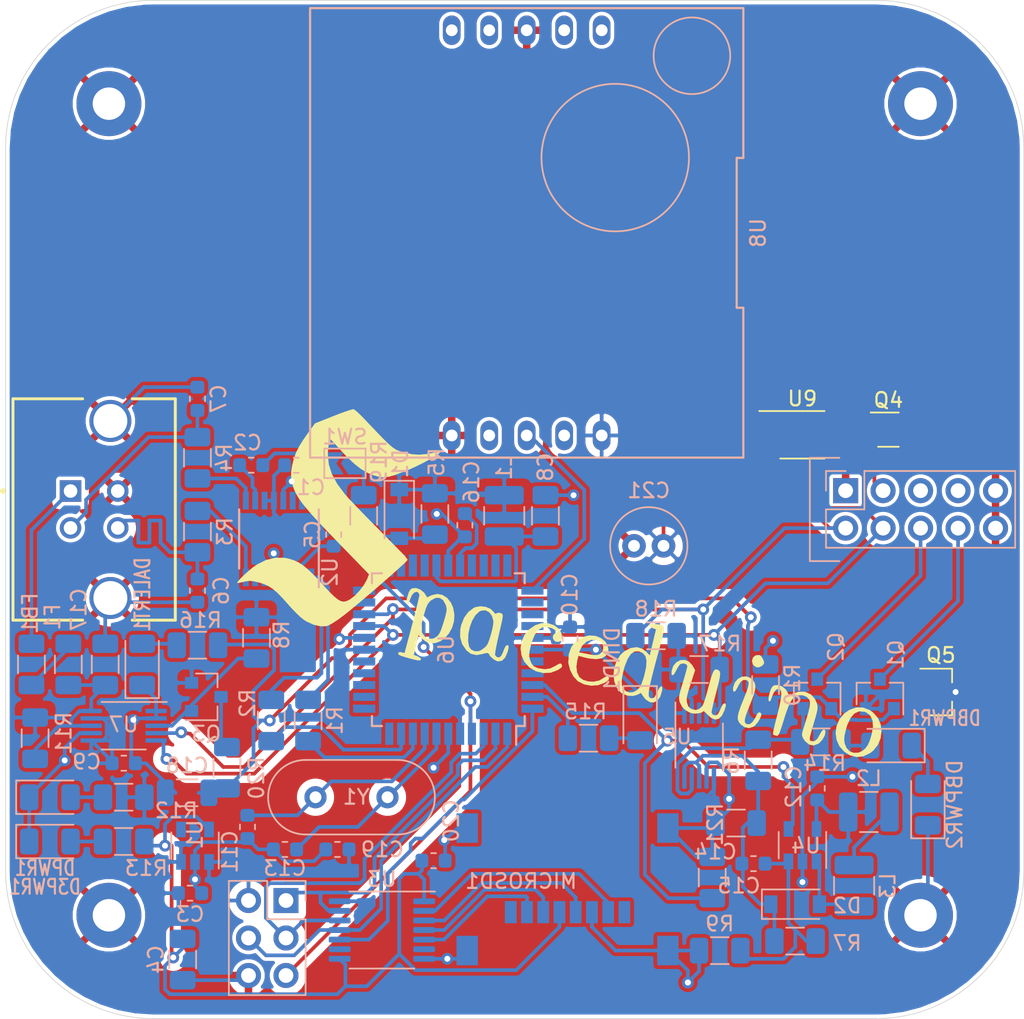
<source format=kicad_pcb>
(kicad_pcb (version 20171130) (host pcbnew 5.1.8-db9833491~88~ubuntu20.04.1)
  (layers (0 F.Cu signal) (31 B.Cu signal) (34 B.Paste user) (35 F.Paste user) (36 B.SilkS user) (37 F.SilkS user hide) (38 B.Mask user) (39 F.Mask user) (44 Edge.Cuts user))
  (net 0 "")
  (net 1 GND)
  (net 2 +5V)
  (net 3 "Net-(C2-Pad2)")
  (net 4 +3V0)
  (net 5 "Net-(C5-Pad2)")
  (net 6 ~reset)
  (net 7 "Net-(C8-Pad1)")
  (net 8 "Net-(C14-Pad1)")
  (net 9 "Net-(C16-Pad1)")
  (net 10 "Net-(C17-Pad1)")
  (net 11 vusb)
  (net 12 VDDF)
  (net 13 rxd0)
  (net 14 txd0)
  (net 15 a0)
  (net 16 a1)
  (net 17 a7)
  (net 18 "Net-(R19-Pad1)")
  (net 19 13)
  (net 20 "Net-(U1-Pad4)")
  (net 21 "Net-(U2-Pad16)")
  (net 22 "Net-(U2-Pad15)")
  (net 23 "Net-(U2-Pad14)")
  (net 24 "Net-(U2-Pad7)")
  (net 25 "Net-(U2-Pad6)")
  (net 26 "Net-(U3-Pad9)")
  (net 27 "Net-(U3-Pad6)")
  (net 28 3)
  (net 29 1)
  (net 30 0)
  (net 31 a2)
  (net 32 a4)
  (net 33 a5)
  (net 34 a6)
  (net 35 23)
  (net 36 22)
  (net 37 21)
  (net 38 20)
  (net 39 19)
  (net 40 18)
  (net 41 i2c_sda)
  (net 42 i2c_scl)
  (net 43 15)
  (net 44 14)
  (net 45 12)
  (net 46 11_txd1)
  (net 47 10_rxd1)
  (net 48 "Net-(C11-Pad1)")
  (net 49 "Net-(C13-Pad1)")
  (net 50 "Net-(C15-Pad2)")
  (net 51 "Net-(D2-Pad2)")
  (net 52 "Net-(D3PWR1-Pad2)")
  (net 53 "Net-(DALERT1-Pad2)")
  (net 54 "Net-(DBPWR1-Pad2)")
  (net 55 "Net-(DIND1-Pad2)")
  (net 56 "Net-(DPWR1-Pad2)")
  (net 57 "Net-(R1-Pad2)")
  (net 58 "Net-(R2-Pad2)")
  (net 59 "Net-(R3-Pad1)")
  (net 60 "Net-(R4-Pad1)")
  (net 61 "Net-(U5-Pad3)")
  (net 62 d+)
  (net 63 d-)
  (net 64 4_sd_ss)
  (net 65 "Net-(F1-Pad2)")
  (net 66 "Net-(J4-Pad8)")
  (net 67 "Net-(J4-Pad6)")
  (net 68 "Net-(MICROSD1-Pad1)")
  (net 69 "Net-(MICROSD1-Pad2)")
  (net 70 "Net-(MICROSD1-Pad3)")
  (net 71 "Net-(MICROSD1-Pad5)")
  (net 72 "Net-(MICROSD1-Pad7)")
  (net 73 "Net-(MICROSD1-Pad8)")
  (net 74 current_trip)
  (net 75 2_boost_en)
  (net 76 "Net-(Q3-Pad1)")
  (net 77 6_spi_miso)
  (net 78 7_spi_sck)
  (net 79 5_spi_mosi)
  (net 80 "Net-(Q3-Pad3)")
  (net 81 "Net-(L2-Pad1)")
  (net 82 "Net-(DBPWR1-Pad1)")
  (net 83 "Net-(U8-Pad4)")
  (net 84 "Net-(U8-Pad2)")
  (net 85 HV+)
  (net 86 HV-)
  (net 87 experiment)
  (net 88 "Net-(Q4-Pad2)")
  (net 89 "Net-(Q4-Pad4)")
  (net 90 "Net-(Q4-Pad1)")
  (net 91 "Net-(Q5-Pad2)")
  (net 92 "Net-(Q5-Pad1)")
  (net 93 a3_pump_en)
  (net 94 "Net-(R22-Pad2)")
  (module Package_SO:VSSOP-10_3x3mm_P0.5mm (layer F.Cu) (at 109.994 85.44)
    (fp_text reference U9 (at 0 -2.45) (layer F.SilkS))
    (fp_text value INA226)
    (pad 10 smd roundrect (at 2.2 -1) (size 1.45 0.3) (layers F.Cu F.Paste F.Mask) (net 2 +5V))
    (pad 9 smd roundrect (at 2.2 -0.5) (size 1.45 0.3) (layers F.Cu F.Paste F.Mask) (net 94 "Net-(R22-Pad2)"))
    (pad 8 smd roundrect (at 2.2 0) (size 1.45 0.3) (layers F.Cu F.Paste F.Mask) (net 87 experiment))
    (pad 7 smd roundrect (at 2.2 0.5) (size 1.45 0.3) (layers F.Cu F.Paste F.Mask) (net 1 GND))
    (pad 6 smd roundrect (at 2.2 1) (size 1.45 0.3) (layers F.Cu F.Paste F.Mask) (net 2 +5V))
    (pad 5 smd roundrect (at -2.2 1) (size 1.45 0.3) (layers F.Cu F.Paste F.Mask) (net 42 i2c_scl))
    (pad 4 smd roundrect (at -2.2 0.5) (size 1.45 0.3) (layers F.Cu F.Paste F.Mask) (net 41 i2c_sda))
    (pad 3 smd roundrect (at -2.2 0) (size 1.45 0.3) (layers F.Cu F.Paste F.Mask) (net 1 GND))
    (pad 2 smd roundrect (at -2.2 -0.5) (size 1.45 0.3) (layers F.Cu F.Paste F.Mask) (net 1 GND))
    (pad 1 smd roundrect (at -2.2 -1) (size 1.45 0.3) (layers F.Cu F.Paste F.Mask) (net 2 +5V))
  )
  (module Spaceduino:MPD200A (layer B.Cu) (at 91.313 71.755 180)
    (fp_text reference U8 (at -15.68 0 270) (layer B.SilkS) (effects (justify mirror)))
    (fp_text value MPD200A)
    (pad 5 thru_hole oval (at 5.08 -13.73 180) (size 1.2 2) (drill 0.8) (layers *.Cu *.Mask) (net 1 GND))
    (pad 6 thru_hole oval (at 5.08 13.73 180) (size 1.2 2) (drill 0.8) (layers *.Cu *.Mask) (net 86 HV-))
    (pad 4 thru_hole oval (at 2.54 -13.73 180) (size 1.2 2) (drill 0.8) (layers *.Cu *.Mask) (net 83 "Net-(U8-Pad4)"))
    (pad 7 thru_hole oval (at 2.54 13.73 180) (size 1.2 2) (drill 0.8) (layers *.Cu *.Mask))
    (pad 3 thru_hole oval (at 0 -13.73 180) (size 1.2 2) (drill 0.8) (layers *.Cu *.Mask) (net 93 a3_pump_en))
    (pad 8 thru_hole oval (at 0 13.73 180) (size 1.2 2) (drill 0.8) (layers *.Cu *.Mask) (net 1 GND))
    (pad 2 thru_hole oval (at -2.54 -13.73 180) (size 1.2 2) (drill 0.8) (layers *.Cu *.Mask) (net 84 "Net-(U8-Pad2)"))
    (pad 9 thru_hole oval (at -2.54 13.73 180) (size 1.2 2) (drill 0.8) (layers *.Cu *.Mask))
    (pad 1 thru_hole oval (at -5.08 -13.73 180) (size 1.2 2) (drill 0.8) (layers *.Cu *.Mask) (net 2 +5V))
    (pad 10 thru_hole oval (at -5.08 13.73 180) (size 1.2 2) (drill 0.8) (layers *.Cu *.Mask) (net 85 HV+))
  )
  (module Package_SO:TSSOP-14_4.4x5mm_P0.65mm (layer B.Cu) (at 81.5 119 180)
    (fp_text reference U3 (at 0 3.45) (layer B.SilkS) (effects (justify mirror)))
    (fp_text value TXB0104D)
    (pad 14 smd roundrect (at 2.8625 1.95 180) (size 1.475 0.4) (layers B.Cu B.Paste B.Mask) (net 2 +5V))
    (pad 13 smd roundrect (at 2.8625 1.3 180) (size 1.475 0.4) (layers B.Cu B.Paste B.Mask) (net 77 6_spi_miso))
    (pad 12 smd roundrect (at 2.8625 0.65 180) (size 1.475 0.4) (layers B.Cu B.Paste B.Mask) (net 78 7_spi_sck))
    (pad 11 smd roundrect (at 2.8625 0 180) (size 1.475 0.4) (layers B.Cu B.Paste B.Mask) (net 79 5_spi_mosi))
    (pad 10 smd roundrect (at 2.8625 -0.65 180) (size 1.475 0.4) (layers B.Cu B.Paste B.Mask) (net 64 4_sd_ss))
    (pad 9 smd roundrect (at 2.8625 -1.3 180) (size 1.475 0.4) (layers B.Cu B.Paste B.Mask) (net 26 "Net-(U3-Pad9)"))
    (pad 8 smd roundrect (at 2.8625 -1.95 180) (size 1.475 0.4) (layers B.Cu B.Paste B.Mask) (net 4 +3V0))
    (pad 7 smd roundrect (at -2.8625 -1.95 180) (size 1.475 0.4) (layers B.Cu B.Paste B.Mask) (net 1 GND))
    (pad 6 smd roundrect (at -2.8625 -1.3 180) (size 1.475 0.4) (layers B.Cu B.Paste B.Mask) (net 27 "Net-(U3-Pad6)"))
    (pad 5 smd roundrect (at -2.8625 -0.65 180) (size 1.475 0.4) (layers B.Cu B.Paste B.Mask) (net 69 "Net-(MICROSD1-Pad2)"))
    (pad 4 smd roundrect (at -2.8625 0 180) (size 1.475 0.4) (layers B.Cu B.Paste B.Mask) (net 70 "Net-(MICROSD1-Pad3)"))
    (pad 3 smd roundrect (at -2.8625 0.65 180) (size 1.475 0.4) (layers B.Cu B.Paste B.Mask) (net 71 "Net-(MICROSD1-Pad5)"))
    (pad 2 smd roundrect (at -2.8625 1.3 180) (size 1.475 0.4) (layers B.Cu B.Paste B.Mask) (net 72 "Net-(MICROSD1-Pad7)"))
    (pad 1 smd roundrect (at -2.8625 1.95 180) (size 1.475 0.4) (layers B.Cu B.Paste B.Mask) (net 4 +3V0))
  )
  (module "Spaceduino:Connfly DS1139-06 MicroSD" (layer B.Cu) (at 90.932 115.189 180)
    (fp_text reference MICROSD1 (at 0 -0.5) (layer B.SilkS) (effects (justify mirror)))
    (fp_text value Micro_SD_Card_Det)
    (pad 9 smd rect (at -9.95 -5.2 180) (size 1.45 2) (layers B.Cu B.Paste B.Mask) (net 1 GND))
    (pad 9 smd rect (at 3.65 -5.2 180) (size 1.45 2) (layers B.Cu B.Paste B.Mask) (net 1 GND))
    (pad 9 smd rect (at 3.65 3.1 180) (size 1.45 2) (layers B.Cu B.Paste B.Mask) (net 1 GND))
    (pad 9 smd rect (at -9.95 3.1 180) (size 1.45 2) (layers B.Cu B.Paste B.Mask) (net 1 GND))
    (pad 8 smd rect (at -7 -2.6 180) (size 0.8 1.5) (layers B.Cu B.Paste B.Mask) (net 73 "Net-(MICROSD1-Pad8)"))
    (pad 7 smd rect (at -5.9 -2.6 180) (size 0.8 1.5) (layers B.Cu B.Paste B.Mask) (net 72 "Net-(MICROSD1-Pad7)"))
    (pad 6 smd rect (at -4.8 -2.6 180) (size 0.8 1.5) (layers B.Cu B.Paste B.Mask) (net 1 GND))
    (pad 5 smd rect (at -3.7 -2.6 180) (size 0.8 1.5) (layers B.Cu B.Paste B.Mask) (net 71 "Net-(MICROSD1-Pad5)"))
    (pad 4 smd rect (at -2.6 -2.6 180) (size 0.8 1.5) (layers B.Cu B.Paste B.Mask) (net 4 +3V0))
    (pad 3 smd rect (at -1.5 -2.6 180) (size 0.8 1.5) (layers B.Cu B.Paste B.Mask) (net 70 "Net-(MICROSD1-Pad3)"))
    (pad 2 smd rect (at -0.4 -2.6 180) (size 0.8 1.5) (layers B.Cu B.Paste B.Mask) (net 69 "Net-(MICROSD1-Pad2)"))
    (pad 1 smd rect (at 0.7 -2.6 180) (size 0.8 1.5) (layers B.Cu B.Paste B.Mask) (net 68 "Net-(MICROSD1-Pad1)"))
  )
  (module Package_TO_SOT_SMD:SOT-23 (layer F.Cu) (at 119.38 102.87)
    (fp_text reference Q5 (at 0 -2.5) (layer F.SilkS))
    (fp_text value BSS84)
    (pad 3 smd rect (at 1 0) (size 0.9 0.8) (layers F.Cu F.Paste F.Mask) (net 2 +5V))
    (pad 2 smd rect (at -1 0.95) (size 0.9 0.8) (layers F.Cu F.Paste F.Mask) (net 91 "Net-(Q5-Pad2)"))
    (pad 1 smd rect (at -1 -0.95) (size 0.9 0.8) (layers F.Cu F.Paste F.Mask) (net 92 "Net-(Q5-Pad1)"))
  )
  (module Package_TO_SOT_SMD:SOT-363_SC-70-6 (layer F.Cu) (at 115.824 85.09)
    (fp_text reference Q4 (at 0 -2) (layer F.SilkS))
    (fp_text value BC856BS)
    (pad 6 smd rect (at 0.95 -0.65) (size 0.65 0.4) (layers F.Cu F.Paste F.Mask) (net 88 "Net-(Q4-Pad2)"))
    (pad 4 smd rect (at 0.95 0.65) (size 0.65 0.4) (layers F.Cu F.Paste F.Mask) (net 89 "Net-(Q4-Pad4)"))
    (pad 2 smd rect (at -0.95 0) (size 0.65 0.4) (layers F.Cu F.Paste F.Mask) (net 88 "Net-(Q4-Pad2)"))
    (pad 5 smd rect (at 0.95 0) (size 0.65 0.4) (layers F.Cu F.Paste F.Mask) (net 88 "Net-(Q4-Pad2)"))
    (pad 3 smd rect (at -0.95 0.65) (size 0.65 0.4) (layers F.Cu F.Paste F.Mask) (net 87 experiment))
    (pad 1 smd rect (at -0.95 -0.65) (size 0.65 0.4) (layers F.Cu F.Paste F.Mask) (net 90 "Net-(Q4-Pad1)"))
  )
  (module Capacitor_SMD:C_1206_3216Metric (layer B.Cu) (at 68.3 109.7 180)
    (fp_text reference C18 (at 0 1.85) (layer B.SilkS) (effects (justify mirror)))
    (fp_text value 10uF)
    (pad 2 smd roundrect (at 1.475 0 180) (size 1.15 1.8) (layers B.Cu B.Paste B.Mask) (roundrect_rratio 0.217391) (net 1 GND))
    (pad 1 smd roundrect (at -1.475 0 180) (size 1.15 1.8) (layers B.Cu B.Paste B.Mask) (roundrect_rratio 0.217391) (net 74 current_trip))
  )
  (module Capacitor_SMD:C_1206_3216Metric (layer B.Cu) (at 92.583 90.932 90)
    (fp_text reference C8 (at 3.302 0 90) (layer B.SilkS) (effects (justify mirror)))
    (fp_text value 10uF)
    (pad 2 smd roundrect (at 1.4 0 90) (size 1.25 1.75) (layers B.Cu B.Paste B.Mask) (roundrect_rratio 0.2) (net 1 GND))
    (pad 1 smd roundrect (at -1.4 0 90) (size 1.25 1.75) (layers B.Cu B.Paste B.Mask) (roundrect_rratio 0.2) (net 7 "Net-(C8-Pad1)"))
  )
  (module Resistor_SMD:R_1206_3216Metric (layer B.Cu) (at 85.09 90.805 270)
    (fp_text reference R5 (at -3.514 -0.118 90) (layer B.SilkS) (effects (justify mirror)))
    (fp_text value 10k)
    (pad 2 smd roundrect (at 1.4 0 270) (size 1.25 1.75) (layers B.Cu B.Paste B.Mask) (roundrect_rratio 0.2) (net 6 ~reset))
    (pad 1 smd roundrect (at -1.4 0 270) (size 1.25 1.75) (layers B.Cu B.Paste B.Mask) (roundrect_rratio 0.2) (net 2 +5V))
  )
  (module Diode_SMD:D_SOD-123 (layer B.Cu) (at 82.677 90.805 270)
    (fp_text reference D1 (at -3.41 -0.074 90) (layer B.SilkS) (effects (justify mirror)))
    (fp_text value D)
    (pad 2 smd rect (at 1.65 0 270) (size 0.9 1.2) (layers B.Cu B.Paste B.Mask) (net 6 ~reset))
    (pad 1 smd rect (at -1.65 0 270) (size 0.9 1.2) (layers B.Cu B.Paste B.Mask) (net 2 +5V))
  )
  (module Resistor_SMD:R_1206_3216Metric (layer B.Cu) (at 80.264 90.932 270)
    (fp_text reference R19 (at -3.664 -1.042 270) (layer B.SilkS) (effects (justify mirror)))
    (fp_text value 100)
    (pad 2 smd roundrect (at 1.4 0 270) (size 1.25 1.75) (layers B.Cu B.Paste B.Mask) (roundrect_rratio 0.2) (net 6 ~reset))
    (pad 1 smd roundrect (at -1.4 0 270) (size 1.25 1.75) (layers B.Cu B.Paste B.Mask) (roundrect_rratio 0.2) (net 18 "Net-(R19-Pad1)"))
  )
  (module Package_SO:SSOP-16_3.9x4.9mm_P0.635mm (layer B.Cu) (at 74.5 92.5 90)
    (fp_text reference U2 (at -2.242 3.478 90) (layer B.SilkS) (effects (justify mirror)))
    (fp_text value FT230XS)
    (pad 16 smd rect (at 2.6 2.2225 90) (size 1.2 0.4) (layers B.Cu B.Paste B.Mask) (net 21 "Net-(U2-Pad16)"))
    (pad 15 smd rect (at 2.6 1.5875 90) (size 1.2 0.4) (layers B.Cu B.Paste B.Mask) (net 22 "Net-(U2-Pad15)"))
    (pad 14 smd rect (at 2.6 0.9525 90) (size 1.2 0.4) (layers B.Cu B.Paste B.Mask) (net 23 "Net-(U2-Pad14)"))
    (pad 13 smd rect (at 2.6 0.3175 90) (size 1.2 0.4) (layers B.Cu B.Paste B.Mask) (net 1 GND))
    (pad 12 smd rect (at 2.6 -0.3175 90) (size 1.2 0.4) (layers B.Cu B.Paste B.Mask) (net 2 +5V))
    (pad 11 smd rect (at 2.6 -0.9525 90) (size 1.2 0.4) (layers B.Cu B.Paste B.Mask) (net 2 +5V))
    (pad 10 smd rect (at 2.6 -1.5875 90) (size 1.2 0.4) (layers B.Cu B.Paste B.Mask) (net 3 "Net-(C2-Pad2)"))
    (pad 9 smd rect (at 2.6 -2.2225 90) (size 1.2 0.4) (layers B.Cu B.Paste B.Mask) (net 60 "Net-(R4-Pad1)"))
    (pad 8 smd rect (at -2.6 -2.2225 90) (size 1.2 0.4) (layers B.Cu B.Paste B.Mask) (net 59 "Net-(R3-Pad1)"))
    (pad 7 smd rect (at -2.6 -1.5875 90) (size 1.2 0.4) (layers B.Cu B.Paste B.Mask) (net 24 "Net-(U2-Pad7)"))
    (pad 6 smd rect (at -2.6 -0.9525 90) (size 1.2 0.4) (layers B.Cu B.Paste B.Mask) (net 25 "Net-(U2-Pad6)"))
    (pad 5 smd rect (at -2.6 -0.3175 90) (size 1.2 0.4) (layers B.Cu B.Paste B.Mask) (net 1 GND))
    (pad 4 smd rect (at -2.6 0.3175 90) (size 1.2 0.4) (layers B.Cu B.Paste B.Mask) (net 58 "Net-(R2-Pad2)"))
    (pad 3 smd rect (at -2.6 0.9525 90) (size 1.2 0.4) (layers B.Cu B.Paste B.Mask) (net 2 +5V))
    (pad 2 smd rect (at -2.6 1.5875 90) (size 1.2 0.4) (layers B.Cu B.Paste B.Mask) (net 5 "Net-(C5-Pad2)"))
    (pad 1 smd rect (at -2.6 2.2225 90) (size 1.2 0.4) (layers B.Cu B.Paste B.Mask) (net 57 "Net-(R1-Pad2)"))
  )
  (module LED_SMD:LED_1206_3216Metric (layer B.Cu) (at 116 106.5 180)
    (fp_text reference DBPWR1 (at -3.642 1.856 180) (layer B.SilkS) (effects (font (size 1 0.8)) (justify mirror)))
    (fp_text value LED)
    (pad 2 smd roundrect (at 1.4 0 180) (size 1.25 1.75) (layers B.Cu B.Paste B.Mask) (roundrect_rratio 0.2) (net 54 "Net-(DBPWR1-Pad2)"))
    (pad 1 smd roundrect (at -1.4 0 180) (size 1.25 1.75) (layers B.Cu B.Paste B.Mask) (roundrect_rratio 0.2) (net 82 "Net-(DBPWR1-Pad1)"))
  )
  (module Capacitor_THT:C_Radial_D5.0mm_H11.0mm_P2.00mm (layer B.Cu) (at 100.584 92.964 180)
    (fp_text reference C21 (at 1 3.75) (layer B.SilkS) (effects (justify mirror)))
    (fp_text value 100uF)
    (pad 2 thru_hole circle (at 2 0 180) (size 1.6 1.6) (drill 0.8) (layers *.Cu *.Mask) (net 1 GND))
    (pad 1 thru_hole circle (at 0 0 180) (size 1.6 1.6) (drill 0.8) (layers *.Cu *.Mask) (net 2 +5V))
  )
  (module Resistor_SMD:R_1206_3216Metric (layer B.Cu) (at 103.886 115.443 90)
    (fp_text reference R21 (at 3.6 0.2 90) (layer B.SilkS) (effects (justify mirror)))
    (fp_text value 10k)
    (pad 2 smd roundrect (at 1.4 0 90) (size 1.25 1.75) (layers B.Cu B.Paste B.Mask) (roundrect_rratio 0.2) (net 1 GND))
    (pad 1 smd roundrect (at -1.4 0 90) (size 1.25 1.75) (layers B.Cu B.Paste B.Mask) (roundrect_rratio 0.2) (net 75 2_boost_en))
  )
  (module Inductor_SMD:L_1210_3225Metric (layer B.Cu) (at 113.5 116 90)
    (fp_text reference L3 (at 0 2.28 270) (layer B.SilkS) (effects (justify mirror)))
    (fp_text value 10uH)
    (pad 2 smd roundrect (at 1.4 0 90) (size 1.25 2.65) (layers B.Cu B.Paste B.Mask) (roundrect_rratio 0.2) (net 81 "Net-(L2-Pad1)"))
    (pad 1 smd roundrect (at -1.4 0 90) (size 1.25 2.65) (layers B.Cu B.Paste B.Mask) (roundrect_rratio 0.2) (net 51 "Net-(D2-Pad2)"))
  )
  (module LED_SMD:LED_1206_3216Metric (layer B.Cu) (at 118.5 110.5 90)
    (fp_text reference DBPWR2 (at 0 1.82 90) (layer B.SilkS) (effects (justify mirror)))
    (fp_text value LED)
    (pad 2 smd roundrect (at 1.4 0 90) (size 1.25 1.75) (layers B.Cu B.Paste B.Mask) (roundrect_rratio 0.2) (net 82 "Net-(DBPWR1-Pad1)"))
    (pad 1 smd roundrect (at -1.4 0 90) (size 1.25 1.75) (layers B.Cu B.Paste B.Mask) (roundrect_rratio 0.2) (net 1 GND))
  )
  (module Capacitor_SMD:C_0603_1608Metric (layer B.Cu) (at 85 114.3)
    (fp_text reference C20 (at 1.2 -2.7 270) (layer B.SilkS) (effects (justify mirror)))
    (fp_text value .1uF)
    (pad 2 smd roundrect (at 0.7875 0) (size 0.875 0.95) (layers B.Cu B.Paste B.Mask) (net 1 GND))
    (pad 1 smd roundrect (at -0.7875 0) (size 0.875 0.95) (layers B.Cu B.Paste B.Mask) (net 4 +3V0))
  )
  (module Package_TO_SOT_SMD:SOT-23 (layer B.Cu) (at 69.6 103.2)
    (fp_text reference Q3 (at 0 2.5 180) (layer B.SilkS) (effects (justify mirror)))
    (fp_text value BSS84)
    (pad 3 smd rect (at 1 0) (size 0.9 0.8) (layers B.Cu B.Paste B.Mask) (net 80 "Net-(Q3-Pad3)"))
    (pad 2 smd rect (at -1 -0.95) (size 0.9 0.8) (layers B.Cu B.Paste B.Mask) (net 2 +5V))
    (pad 1 smd rect (at -1 0.95) (size 0.9 0.8) (layers B.Cu B.Paste B.Mask) (net 76 "Net-(Q3-Pad1)"))
  )
  (module Resistor_SMD:R_1206_3216Metric (layer B.Cu) (at 73 99.2 270)
    (fp_text reference R8 (at -0.2 -1.7 90) (layer B.SilkS) (effects (justify mirror)))
    (fp_text value 10k)
    (pad 2 smd roundrect (at 1.4 0 270) (size 1.25 1.75) (layers B.Cu B.Paste B.Mask) (roundrect_rratio 0.2) (net 76 "Net-(Q3-Pad1)"))
    (pad 1 smd roundrect (at -1.4 0 270) (size 1.25 1.75) (layers B.Cu B.Paste B.Mask) (roundrect_rratio 0.2) (net 2 +5V))
  )
  (module MountingHole:MountingHole_2.2mm_M2_Pad (layer F.Cu) (at 118 118)
    (fp_text reference H4 hide)
    (fp_text value MountingHole_Pad)
    (pad 1 thru_hole circle (at 0 0) (size 4.4 4.4) (drill 2.2) (layers *.Cu *.Mask) (net 1 GND))
  )
  (module MountingHole:MountingHole_2.2mm_M2_Pad (layer F.Cu) (at 118 63)
    (fp_text reference H3 hide)
    (fp_text value MountingHole_Pad)
    (pad 1 thru_hole circle (at 0 0) (size 4.4 4.4) (drill 2.2) (layers *.Cu *.Mask) (net 1 GND))
  )
  (module MountingHole:MountingHole_2.2mm_M2_Pad (layer F.Cu) (at 63 118)
    (fp_text reference H2 hide)
    (fp_text value MountingHole_Pad)
    (pad 1 thru_hole circle (at 0 0) (size 4.4 4.4) (drill 2.2) (layers *.Cu *.Mask) (net 1 GND))
  )
  (module MountingHole:MountingHole_2.2mm_M2_Pad (layer F.Cu) (at 63 63)
    (fp_text reference H1 hide)
    (fp_text value MountingHole_Pad)
    (pad 1 thru_hole circle (at 0 0) (size 4.4 4.4) (drill 2.2) (layers *.Cu *.Mask) (net 1 GND))
  )
  (module Package_QFP:TQFP-44_10x10mm_P0.8mm (layer B.Cu) (at 86 100 90)
    (fp_text reference U6 (at 0 -0.148 90) (layer B.SilkS) (effects (justify mirror)))
    (fp_text value ATmega1284P-AU)
    (pad 44 smd rect (at -4 5.7) (size 1.5 0.55) (layers B.Cu B.Paste B.Mask) (net 64 4_sd_ss))
    (pad 43 smd rect (at -3.2 5.7) (size 1.5 0.55) (layers B.Cu B.Paste B.Mask) (net 28 3))
    (pad 42 smd rect (at -2.4 5.7) (size 1.5 0.55) (layers B.Cu B.Paste B.Mask) (net 75 2_boost_en))
    (pad 41 smd rect (at -1.6 5.7) (size 1.5 0.55) (layers B.Cu B.Paste B.Mask) (net 29 1))
    (pad 40 smd rect (at -0.8 5.7) (size 1.5 0.55) (layers B.Cu B.Paste B.Mask) (net 30 0))
    (pad 39 smd rect (at 0 5.7) (size 1.5 0.55) (layers B.Cu B.Paste B.Mask) (net 1 GND))
    (pad 38 smd rect (at 0.8 5.7) (size 1.5 0.55) (layers B.Cu B.Paste B.Mask) (net 2 +5V))
    (pad 37 smd rect (at 1.6 5.7) (size 1.5 0.55) (layers B.Cu B.Paste B.Mask) (net 15 a0))
    (pad 36 smd rect (at 2.4 5.7) (size 1.5 0.55) (layers B.Cu B.Paste B.Mask) (net 16 a1))
    (pad 35 smd rect (at 3.2 5.7) (size 1.5 0.55) (layers B.Cu B.Paste B.Mask) (net 31 a2))
    (pad 34 smd rect (at 4 5.7) (size 1.5 0.55) (layers B.Cu B.Paste B.Mask) (net 93 a3_pump_en))
    (pad 33 smd rect (at 5.7 4 90) (size 1.5 0.55) (layers B.Cu B.Paste B.Mask) (net 32 a4))
    (pad 32 smd rect (at 5.7 3.2 90) (size 1.5 0.55) (layers B.Cu B.Paste B.Mask) (net 33 a5))
    (pad 31 smd rect (at 5.7 2.4 90) (size 1.5 0.55) (layers B.Cu B.Paste B.Mask) (net 34 a6))
    (pad 30 smd rect (at 5.7 1.6 90) (size 1.5 0.55) (layers B.Cu B.Paste B.Mask) (net 17 a7))
    (pad 29 smd rect (at 5.7 0.8 90) (size 1.5 0.55) (layers B.Cu B.Paste B.Mask) (net 9 "Net-(C16-Pad1)"))
    (pad 28 smd rect (at 5.7 0 90) (size 1.5 0.55) (layers B.Cu B.Paste B.Mask) (net 1 GND))
    (pad 27 smd rect (at 5.7 -0.8 90) (size 1.5 0.55) (layers B.Cu B.Paste B.Mask) (net 7 "Net-(C8-Pad1)"))
    (pad 26 smd rect (at 5.7 -1.6 90) (size 1.5 0.55) (layers B.Cu B.Paste B.Mask) (net 35 23))
    (pad 25 smd rect (at 5.7 -2.4 90) (size 1.5 0.55) (layers B.Cu B.Paste B.Mask) (net 36 22))
    (pad 24 smd rect (at 5.7 -3.2 90) (size 1.5 0.55) (layers B.Cu B.Paste B.Mask) (net 37 21))
    (pad 23 smd rect (at 5.7 -4 90) (size 1.5 0.55) (layers B.Cu B.Paste B.Mask) (net 38 20))
    (pad 22 smd rect (at 4 -5.7) (size 1.5 0.55) (layers B.Cu B.Paste B.Mask) (net 39 19))
    (pad 21 smd rect (at 3.2 -5.7) (size 1.5 0.55) (layers B.Cu B.Paste B.Mask) (net 40 18))
    (pad 20 smd rect (at 2.4 -5.7) (size 1.5 0.55) (layers B.Cu B.Paste B.Mask) (net 41 i2c_sda))
    (pad 19 smd rect (at 1.6 -5.7) (size 1.5 0.55) (layers B.Cu B.Paste B.Mask) (net 42 i2c_scl))
    (pad 18 smd rect (at 0.8 -5.7) (size 1.5 0.55) (layers B.Cu B.Paste B.Mask) (net 1 GND))
    (pad 17 smd rect (at 0 -5.7) (size 1.5 0.55) (layers B.Cu B.Paste B.Mask) (net 2 +5V))
    (pad 16 smd rect (at -0.8 -5.7) (size 1.5 0.55) (layers B.Cu B.Paste B.Mask) (net 43 15))
    (pad 15 smd rect (at -1.6 -5.7) (size 1.5 0.55) (layers B.Cu B.Paste B.Mask) (net 44 14))
    (pad 14 smd rect (at -2.4 -5.7) (size 1.5 0.55) (layers B.Cu B.Paste B.Mask) (net 19 13))
    (pad 13 smd rect (at -3.2 -5.7) (size 1.5 0.55) (layers B.Cu B.Paste B.Mask) (net 45 12))
    (pad 12 smd rect (at -4 -5.7) (size 1.5 0.55) (layers B.Cu B.Paste B.Mask) (net 46 11_txd1))
    (pad 11 smd rect (at -5.7 -4 90) (size 1.5 0.55) (layers B.Cu B.Paste B.Mask) (net 47 10_rxd1))
    (pad 10 smd rect (at -5.7 -3.2 90) (size 1.5 0.55) (layers B.Cu B.Paste B.Mask) (net 14 txd0))
    (pad 9 smd rect (at -5.7 -2.4 90) (size 1.5 0.55) (layers B.Cu B.Paste B.Mask) (net 13 rxd0))
    (pad 8 smd rect (at -5.7 -1.6 90) (size 1.5 0.55) (layers B.Cu B.Paste B.Mask) (net 48 "Net-(C11-Pad1)"))
    (pad 7 smd rect (at -5.7 -0.8 90) (size 1.5 0.55) (layers B.Cu B.Paste B.Mask) (net 49 "Net-(C13-Pad1)"))
    (pad 6 smd rect (at -5.7 0 90) (size 1.5 0.55) (layers B.Cu B.Paste B.Mask) (net 1 GND))
    (pad 5 smd rect (at -5.7 0.8 90) (size 1.5 0.55) (layers B.Cu B.Paste B.Mask) (net 2 +5V))
    (pad 4 smd rect (at -5.7 1.6 90) (size 1.5 0.55) (layers B.Cu B.Paste B.Mask) (net 6 ~reset))
    (pad 3 smd rect (at -5.7 2.4 90) (size 1.5 0.55) (layers B.Cu B.Paste B.Mask) (net 78 7_spi_sck))
    (pad 2 smd rect (at -5.7 3.2 90) (size 1.5 0.55) (layers B.Cu B.Paste B.Mask) (net 77 6_spi_miso))
    (pad 1 smd rect (at -5.7 4 90) (size 1.5 0.55) (layers B.Cu B.Paste B.Mask) (net 79 5_spi_mosi))
  )
  (module Spaceduino:spaceduino-logo (layer F.Cu) (at 95.504 95.25 345)
    (fp_text reference LOGO1 hide)
    (fp_text value Logo_Open_Hardware_Small hide)
  )
  (module Package_TO_SOT_SMD:SOT-23-5 (layer B.Cu) (at 68.834 113.284 90)
    (fp_text reference U1 (at 0.762 0 90) (layer B.SilkS) (effects (justify mirror)))
    (fp_text value TLV70030_SOT23-5)
    (pad 5 smd rect (at 1.1 0.95 90) (size 1.06 0.65) (layers B.Cu B.Paste B.Mask) (net 4 +3V0))
    (pad 4 smd rect (at 1.1 -0.95 90) (size 1.06 0.65) (layers B.Cu B.Paste B.Mask) (net 20 "Net-(U1-Pad4)"))
    (pad 3 smd rect (at -1.1 -0.95 90) (size 1.06 0.65) (layers B.Cu B.Paste B.Mask) (net 2 +5V))
    (pad 2 smd rect (at -1.1 0 90) (size 1.06 0.65) (layers B.Cu B.Paste B.Mask) (net 1 GND))
    (pad 1 smd rect (at -1.1 0.95 90) (size 1.06 0.65) (layers B.Cu B.Paste B.Mask) (net 2 +5V))
  )
  (module Capacitor_SMD:C_0603_1608Metric (layer B.Cu) (at 72.39 112.014 270)
    (fp_text reference C11 (at 1.686 1.19 90) (layer B.SilkS) (effects (justify mirror)))
    (fp_text value 22pF)
    (pad 2 smd roundrect (at 0.7875 0 270) (size 0.875 0.95) (layers B.Cu B.Paste B.Mask) (net 1 GND))
    (pad 1 smd roundrect (at -0.7875 0 270) (size 0.875 0.95) (layers B.Cu B.Paste B.Mask) (net 48 "Net-(C11-Pad1)"))
  )
  (module Crystal:Crystal_HC49-U_Vertical (layer B.Cu) (at 77 110)
    (fp_text reference Y1 (at 2.756 -0.018) (layer B.SilkS) (effects (justify mirror)))
    (fp_text value Crystal)
    (pad 2 thru_hole circle (at 4.88 0) (size 1.5 1.5) (drill 0.8) (layers *.Cu *.Mask) (net 49 "Net-(C13-Pad1)"))
    (pad 1 thru_hole circle (at 0 0) (size 1.5 1.5) (drill 0.8) (layers *.Cu *.Mask) (net 48 "Net-(C11-Pad1)"))
  )
  (module Resistor_SMD:R_1206_3216Metric (layer B.Cu) (at 100.076 99.06 180)
    (fp_text reference R18 (at 0 1.82) (layer B.SilkS) (effects (justify mirror)))
    (fp_text value 3.3k)
    (pad 2 smd roundrect (at 1.4 0 180) (size 1.25 1.75) (layers B.Cu B.Paste B.Mask) (roundrect_rratio 0.2) (net 41 i2c_sda))
    (pad 1 smd roundrect (at -1.4 0 180) (size 1.25 1.75) (layers B.Cu B.Paste B.Mask) (roundrect_rratio 0.2) (net 2 +5V))
  )
  (module Resistor_SMD:R_1206_3216Metric (layer B.Cu) (at 102.994 101.346)
    (fp_text reference R17 (at 1.406 -1.746) (layer B.SilkS) (effects (justify mirror)))
    (fp_text value 3.3k)
    (pad 2 smd roundrect (at 1.4 0) (size 1.25 1.75) (layers B.Cu B.Paste B.Mask) (roundrect_rratio 0.2) (net 42 i2c_scl))
    (pad 1 smd roundrect (at -1.4 0) (size 1.25 1.75) (layers B.Cu B.Paste B.Mask) (roundrect_rratio 0.2) (net 2 +5V))
  )
  (module Capacitor_SMD:C_0603_1608Metric (layer B.Cu) (at 78.486 113.538 180)
    (fp_text reference C19 (at -3.048 0) (layer B.SilkS) (effects (justify mirror)))
    (fp_text value .1uF)
    (pad 2 smd roundrect (at 0.7875 0 180) (size 0.875 0.95) (layers B.Cu B.Paste B.Mask) (net 1 GND))
    (pad 1 smd roundrect (at -0.7875 0 180) (size 0.875 0.95) (layers B.Cu B.Paste B.Mask) (net 2 +5V))
  )
  (module Capacitor_SMD:C_0603_1608Metric (layer B.Cu) (at 64.008 107.696)
    (fp_text reference C9 (at -2.508 -0.096) (layer B.SilkS) (effects (justify mirror)))
    (fp_text value .1uF)
    (pad 2 smd roundrect (at 0.7875 0) (size 0.875 0.95) (layers B.Cu B.Paste B.Mask) (net 1 GND))
    (pad 1 smd roundrect (at -0.7875 0) (size 0.875 0.95) (layers B.Cu B.Paste B.Mask) (net 2 +5V))
  )
  (module Inductor_SMD:L_1210_3225Metric (layer B.Cu) (at 89.789 90.932 270)
    (fp_text reference L1 (at -3.302 0 90) (layer B.SilkS) (effects (justify mirror)))
    (fp_text value 10uH)
    (pad 2 smd roundrect (at 1.4 0 270) (size 1.25 2.65) (layers B.Cu B.Paste B.Mask) (roundrect_rratio 0.2) (net 7 "Net-(C8-Pad1)"))
    (pad 1 smd roundrect (at -1.4 0 270) (size 1.25 2.65) (layers B.Cu B.Paste B.Mask) (roundrect_rratio 0.2) (net 2 +5V))
  )
  (module Connector_PinHeader_2.54mm:PinHeader_2x05_P2.54mm_Vertical (layer B.Cu) (at 112.925 89.225 270)
    (fp_text reference J4 hide)
    (fp_text value Conn_02x05_Odd_Even)
    (pad 10 thru_hole oval (at 2.54 -10.16 270) (size 1.7 1.7) (drill 1) (layers *.Cu *.Mask) (net 1 GND))
    (pad 9 thru_hole oval (at 0 -10.16 270) (size 1.7 1.7) (drill 1) (layers *.Cu *.Mask) (net 1 GND))
    (pad 8 thru_hole oval (at 2.54 -7.62 270) (size 1.7 1.7) (drill 1) (layers *.Cu *.Mask) (net 66 "Net-(J4-Pad8)"))
    (pad 7 thru_hole oval (at 0 -7.62 270) (size 1.7 1.7) (drill 1) (layers *.Cu *.Mask) (net 85 HV+))
    (pad 6 thru_hole oval (at 2.54 -5.08 270) (size 1.7 1.7) (drill 1) (layers *.Cu *.Mask) (net 67 "Net-(J4-Pad6)"))
    (pad 5 thru_hole oval (at 0 -5.08 270) (size 1.7 1.7) (drill 1) (layers *.Cu *.Mask) (net 86 HV-))
    (pad 4 thru_hole oval (at 2.54 -2.54 270) (size 1.7 1.7) (drill 1) (layers *.Cu *.Mask) (net 42 i2c_scl))
    (pad 3 thru_hole oval (at 0 -2.54 270) (size 1.7 1.7) (drill 1) (layers *.Cu *.Mask) (net 87 experiment))
    (pad 2 thru_hole oval (at 2.54 0 270) (size 1.7 1.7) (drill 1) (layers *.Cu *.Mask) (net 41 i2c_sda))
    (pad 1 thru_hole rect (at 0 0 270) (size 1.7 1.7) (drill 1) (layers *.Cu *.Mask) (net 1 GND))
  )
  (module Capacitor_SMD:C_1206_3216Metric (layer B.Cu) (at 62.75 101 90)
    (fp_text reference C17 (at 3.718 -1.79 270) (layer B.SilkS) (effects (justify mirror)))
    (fp_text value 10uF)
    (pad 2 smd roundrect (at 1.4 0 90) (size 1.25 1.75) (layers B.Cu B.Paste B.Mask) (roundrect_rratio 0.2) (net 1 GND))
    (pad 1 smd roundrect (at -1.4 0 90) (size 1.25 1.75) (layers B.Cu B.Paste B.Mask) (roundrect_rratio 0.2) (net 10 "Net-(C17-Pad1)"))
  )
  (module LED_SMD:LED_1206_3216Metric (layer B.Cu) (at 65.25 101 90)
    (fp_text reference DALERT1 (at 4.734 0.028 90) (layer B.SilkS) (effects (font (size 1 0.8)) (justify mirror)))
    (fp_text value LED)
    (pad 2 smd roundrect (at 1.4 0 90) (size 1.25 1.75) (layers B.Cu B.Paste B.Mask) (roundrect_rratio 0.2) (net 53 "Net-(DALERT1-Pad2)"))
    (pad 1 smd roundrect (at -1.4 0 90) (size 1.25 1.75) (layers B.Cu B.Paste B.Mask) (roundrect_rratio 0.2) (net 1 GND))
  )
  (module Resistor_SMD:R_1206_3216Metric (layer B.Cu) (at 69 99.7 180)
    (fp_text reference R16 (at -0.2 1.7) (layer B.SilkS) (effects (justify mirror)))
    (fp_text value 1.5k)
    (pad 2 smd roundrect (at 1.4 0 180) (size 1.25 1.75) (layers B.Cu B.Paste B.Mask) (roundrect_rratio 0.2) (net 53 "Net-(DALERT1-Pad2)"))
    (pad 1 smd roundrect (at -1.4 0 180) (size 1.25 1.75) (layers B.Cu B.Paste B.Mask) (roundrect_rratio 0.2) (net 74 current_trip))
  )
  (module Inductor_SMD:L_1206_3216Metric (layer B.Cu) (at 57.75 101 270)
    (fp_text reference FB1 (at -3.464 0.092 90) (layer B.SilkS) (effects (justify mirror)))
    (fp_text value Ferrite_Bead)
    (pad 2 smd roundrect (at 1.4 0 270) (size 1.25 1.75) (layers B.Cu B.Paste B.Mask) (roundrect_rratio 0.2) (net 65 "Net-(F1-Pad2)"))
    (pad 1 smd roundrect (at -1.4 0 270) (size 1.25 1.75) (layers B.Cu B.Paste B.Mask) (roundrect_rratio 0.2) (net 11 vusb))
  )
  (module Resistor_SMD:R_1206_3216Metric (layer B.Cu) (at 71 108 90)
    (fp_text reference R20 (at -0.7 2 90) (layer B.SilkS) (effects (justify mirror)))
    (fp_text value 100)
    (pad 2 smd roundrect (at 1.4 0 90) (size 1.25 1.75) (layers B.Cu B.Paste B.Mask) (roundrect_rratio 0.2) (net 80 "Net-(Q3-Pad3)"))
    (pad 1 smd roundrect (at -1.4 0 90) (size 1.25 1.75) (layers B.Cu B.Paste B.Mask) (roundrect_rratio 0.2) (net 74 current_trip))
  )
  (module Capacitor_SMD:C_0603_1608Metric (layer B.Cu) (at 106.68 114.5)
    (fp_text reference C15 (at -0.98 1.5) (layer B.SilkS) (effects (justify mirror)))
    (fp_text value 1.5nF)
    (pad 2 smd roundrect (at 0.7875 0) (size 0.875 0.95) (layers B.Cu B.Paste B.Mask) (net 50 "Net-(C15-Pad2)"))
    (pad 1 smd roundrect (at -0.7875 0) (size 0.875 0.95) (layers B.Cu B.Paste B.Mask) (net 8 "Net-(C14-Pad1)"))
  )
  (module Jumper:SolderJumper-2_P1.3mm_Open_TrianglePad1.0x1.5mm (layer B.Cu) (at 78.994 87.376 180)
    (fp_text reference SW1 (at 0 1.8) (layer B.SilkS) (effects (justify mirror)))
    (fp_text value SW_SPST)
    (pad 1 smd custom (at -0.725 0 180) (size 0.3 0.3) (layers B.Cu B.Mask) (net 18 "Net-(R19-Pad1)") (options (clearance outline) (anchor rect)) (primitives (gr_poly (pts (xy -0.5 0.75) (xy 0.5 0.75) (xy 1 0) (xy 0.5 -0.75) (xy -0.5 -0.75)) (width 0))))
    (pad 2 smd custom (at 0.725 0 180) (size 0.3 0.3) (layers B.Cu B.Mask) (net 1 GND) (options (clearance outline) (anchor rect)) (primitives (gr_poly (pts (xy -0.65 0.75) (xy 0.5 0.75) (xy 0.5 -0.75) (xy -0.65 -0.75) (xy -0.15 0)) (width 0))))
  )
  (module Package_SO:VSSOP-10_3x3mm_P0.5mm (layer B.Cu) (at 64 105.156 180)
    (fp_text reference U7 (at 0 0.082 180) (layer B.SilkS) (effects (justify mirror)))
    (fp_text value INA226)
    (pad 10 smd roundrect (at 2.2 1 180) (size 1.45 0.3) (layers B.Cu B.Paste B.Mask) (net 10 "Net-(C17-Pad1)"))
    (pad 9 smd roundrect (at 2.2 0.5 180) (size 1.45 0.3) (layers B.Cu B.Paste B.Mask) (net 2 +5V))
    (pad 8 smd roundrect (at 2.2 0 180) (size 1.45 0.3) (layers B.Cu B.Paste B.Mask) (net 10 "Net-(C17-Pad1)"))
    (pad 7 smd roundrect (at 2.2 -0.5 180) (size 1.45 0.3) (layers B.Cu B.Paste B.Mask) (net 1 GND))
    (pad 6 smd roundrect (at 2.2 -1 180) (size 1.45 0.3) (layers B.Cu B.Paste B.Mask) (net 2 +5V))
    (pad 5 smd roundrect (at -2.2 -1 180) (size 1.45 0.3) (layers B.Cu B.Paste B.Mask) (net 42 i2c_scl))
    (pad 4 smd roundrect (at -2.2 -0.5 180) (size 1.45 0.3) (layers B.Cu B.Paste B.Mask) (net 41 i2c_sda))
    (pad 3 smd roundrect (at -2.2 0 180) (size 1.45 0.3) (layers B.Cu B.Paste B.Mask) (net 76 "Net-(Q3-Pad1)"))
    (pad 2 smd roundrect (at -2.2 0.5 180) (size 1.45 0.3) (layers B.Cu B.Paste B.Mask) (net 1 GND))
    (pad 1 smd roundrect (at -2.2 1 180) (size 1.45 0.3) (layers B.Cu B.Paste B.Mask) (net 1 GND))
  )
  (module Package_SO:VSSOP-10_3x3mm_P0.5mm (layer B.Cu) (at 103 106.5 270)
    (fp_text reference U5 (at -0.6 1.5 180) (layer B.SilkS) (effects (justify mirror)))
    (fp_text value INA226)
    (pad 10 smd roundrect (at 2.2 1 270) (size 1.45 0.3) (layers B.Cu B.Paste B.Mask) (net 8 "Net-(C14-Pad1)"))
    (pad 9 smd roundrect (at 2.2 0.5 270) (size 1.45 0.3) (layers B.Cu B.Paste B.Mask) (net 12 VDDF))
    (pad 8 smd roundrect (at 2.2 0 270) (size 1.45 0.3) (layers B.Cu B.Paste B.Mask) (net 8 "Net-(C14-Pad1)"))
    (pad 7 smd roundrect (at 2.2 -0.5 270) (size 1.45 0.3) (layers B.Cu B.Paste B.Mask) (net 1 GND))
    (pad 6 smd roundrect (at 2.2 -1 270) (size 1.45 0.3) (layers B.Cu B.Paste B.Mask) (net 2 +5V))
    (pad 5 smd roundrect (at -2.2 -1 270) (size 1.45 0.3) (layers B.Cu B.Paste B.Mask) (net 42 i2c_scl))
    (pad 4 smd roundrect (at -2.2 -0.5 270) (size 1.45 0.3) (layers B.Cu B.Paste B.Mask) (net 41 i2c_sda))
    (pad 3 smd roundrect (at -2.2 0 270) (size 1.45 0.3) (layers B.Cu B.Paste B.Mask) (net 61 "Net-(U5-Pad3)"))
    (pad 2 smd roundrect (at -2.2 0.5 270) (size 1.45 0.3) (layers B.Cu B.Paste B.Mask) (net 2 +5V))
    (pad 1 smd roundrect (at -2.2 1 270) (size 1.45 0.3) (layers B.Cu B.Paste B.Mask) (net 2 +5V))
  )
  (module Resistor_SMD:R_1206_3216Metric (layer B.Cu) (at 107.5 102.4 90)
    (fp_text reference R10 (at 0 1.82 90) (layer B.SilkS) (effects (justify mirror)))
    (fp_text value 36k)
    (pad 2 smd roundrect (at 1.4 0 90) (size 1.25 1.75) (layers B.Cu B.Paste B.Mask) (roundrect_rratio 0.2) (net 1 GND))
    (pad 1 smd roundrect (at -1.4 0 90) (size 1.25 1.75) (layers B.Cu B.Paste B.Mask) (roundrect_rratio 0.2) (net 74 current_trip))
  )
  (module Resistor_SMD:R_1206_3216Metric (layer B.Cu) (at 107 107.5 270)
    (fp_text reference R6 (at 0 1.82 90) (layer B.SilkS) (effects (justify mirror)))
    (fp_text value 50m)
    (pad 2 smd roundrect (at 1.4 0 270) (size 1.25 1.75) (layers B.Cu B.Paste B.Mask) (roundrect_rratio 0.2) (net 8 "Net-(C14-Pad1)"))
    (pad 1 smd roundrect (at -1.4 0 270) (size 1.25 1.75) (layers B.Cu B.Paste B.Mask) (roundrect_rratio 0.2) (net 12 VDDF))
  )
  (module Spaceduino:usb-type-b (layer F.Cu) (at 62 90.5 90)
    (fp_text reference J1 hide)
    (fp_text value USB_B)
    (pad 5 thru_hole circle (at -6 1.1 90) (size 2.85 2.85) (drill 2.3) (layers *.Cu *.Mask) (net 1 GND))
    (pad 5 thru_hole circle (at 6 1.1 90) (size 2.85 2.85) (drill 2.3) (layers *.Cu *.Mask) (net 1 GND))
    (pad 4 thru_hole circle (at 1.25 1.6 90) (size 1.458 1.458) (drill 0.92) (layers *.Cu *.Mask) (net 1 GND))
    (pad 3 thru_hole circle (at -1.25 1.6 90) (size 1.458 1.458) (drill 0.92) (layers *.Cu *.Mask) (net 62 d+))
    (pad 2 thru_hole circle (at -1.25 -1.6 90) (size 1.458 1.458) (drill 0.92) (layers *.Cu *.Mask) (net 63 d-))
    (pad 1 thru_hole rect (at 1.25 -1.6 90) (size 1.458 1.458) (drill 0.92) (layers *.Cu *.Mask) (net 11 vusb))
  )
  (module Package_TO_SOT_SMD:SOT-23-5 (layer B.Cu) (at 110 113.25 90)
    (fp_text reference U4 (at -0.034 0.236 180) (layer B.SilkS) (effects (justify mirror)))
    (fp_text value LM27313XMF)
    (pad 5 smd rect (at 1.1 0.95 90) (size 1.06 0.65) (layers B.Cu B.Paste B.Mask) (net 2 +5V))
    (pad 4 smd rect (at 1.1 -0.95 90) (size 1.06 0.65) (layers B.Cu B.Paste B.Mask) (net 75 2_boost_en))
    (pad 3 smd rect (at -1.1 -0.95 90) (size 1.06 0.65) (layers B.Cu B.Paste B.Mask) (net 50 "Net-(C15-Pad2)"))
    (pad 2 smd rect (at -1.1 0 90) (size 1.06 0.65) (layers B.Cu B.Paste B.Mask) (net 1 GND))
    (pad 1 smd rect (at -1.1 0.95 90) (size 1.06 0.65) (layers B.Cu B.Paste B.Mask) (net 51 "Net-(D2-Pad2)"))
  )
  (module Resistor_SMD:R_1206_3216Metric (layer B.Cu) (at 95.5 106)
    (fp_text reference R15 (at -0.2 -1.8) (layer B.SilkS) (effects (justify mirror)))
    (fp_text value 1.5k)
    (pad 2 smd roundrect (at 1.4 0) (size 1.25 1.75) (layers B.Cu B.Paste B.Mask) (roundrect_rratio 0.2) (net 55 "Net-(DIND1-Pad2)"))
    (pad 1 smd roundrect (at -1.4 0) (size 1.25 1.75) (layers B.Cu B.Paste B.Mask) (roundrect_rratio 0.2) (net 28 3))
  )
  (module Resistor_SMD:R_1206_3216Metric (layer B.Cu) (at 111.25 106.25)
    (fp_text reference R14 (at 0.256 1.446 180) (layer B.SilkS) (effects (justify mirror)))
    (fp_text value 5.6k)
    (pad 2 smd roundrect (at 1.4 0) (size 1.25 1.75) (layers B.Cu B.Paste B.Mask) (roundrect_rratio 0.2) (net 54 "Net-(DBPWR1-Pad2)"))
    (pad 1 smd roundrect (at -1.4 0) (size 1.25 1.75) (layers B.Cu B.Paste B.Mask) (roundrect_rratio 0.2) (net 12 VDDF))
  )
  (module Resistor_SMD:R_1206_3216Metric (layer B.Cu) (at 64 113 180)
    (fp_text reference R13 (at -1.532 -1.808) (layer B.SilkS) (effects (justify mirror)))
    (fp_text value 470)
    (pad 2 smd roundrect (at 1.4 0 180) (size 1.25 1.75) (layers B.Cu B.Paste B.Mask) (roundrect_rratio 0.2) (net 52 "Net-(D3PWR1-Pad2)"))
    (pad 1 smd roundrect (at -1.4 0 180) (size 1.25 1.75) (layers B.Cu B.Paste B.Mask) (roundrect_rratio 0.2) (net 4 +3V0))
  )
  (module Resistor_SMD:R_1206_3216Metric (layer B.Cu) (at 64 110 180)
    (fp_text reference R12 (at -3.564 -0.9) (layer B.SilkS) (effects (justify mirror)))
    (fp_text value 1.5k)
    (pad 2 smd roundrect (at 1.4 0 180) (size 1.25 1.75) (layers B.Cu B.Paste B.Mask) (roundrect_rratio 0.2) (net 56 "Net-(DPWR1-Pad2)"))
    (pad 1 smd roundrect (at -1.4 0 180) (size 1.25 1.75) (layers B.Cu B.Paste B.Mask) (roundrect_rratio 0.2) (net 2 +5V))
  )
  (module Resistor_SMD:R_1206_3216Metric (layer B.Cu) (at 58 106 270)
    (fp_text reference R11 (at -0.336 -1.944 270) (layer B.SilkS) (effects (justify mirror)))
    (fp_text value 50m)
    (pad 2 smd roundrect (at 1.4 0 270) (size 1.25 1.75) (layers B.Cu B.Paste B.Mask) (roundrect_rratio 0.2) (net 10 "Net-(C17-Pad1)"))
    (pad 1 smd roundrect (at -1.4 0 270) (size 1.25 1.75) (layers B.Cu B.Paste B.Mask) (roundrect_rratio 0.2) (net 2 +5V))
  )
  (module Resistor_SMD:R_1206_3216Metric (layer B.Cu) (at 104.394 120.396 180)
    (fp_text reference R9 (at 0 1.82) (layer B.SilkS) (effects (justify mirror)))
    (fp_text value 1.5k)
    (pad 2 smd roundrect (at 1.4 0 180) (size 1.25 1.75) (layers B.Cu B.Paste B.Mask) (roundrect_rratio 0.2) (net 1 GND))
    (pad 1 smd roundrect (at -1.4 0 180) (size 1.25 1.75) (layers B.Cu B.Paste B.Mask) (roundrect_rratio 0.2) (net 50 "Net-(C15-Pad2)"))
  )
  (module Resistor_SMD:R_1206_3216Metric (layer B.Cu) (at 109.5 119.75)
    (fp_text reference R7 (at 3.53 0.138) (layer B.SilkS) (effects (justify mirror)))
    (fp_text value 13k)
    (pad 2 smd roundrect (at 1.4 0) (size 1.25 1.75) (layers B.Cu B.Paste B.Mask) (roundrect_rratio 0.2) (net 50 "Net-(C15-Pad2)"))
    (pad 1 smd roundrect (at -1.4 0) (size 1.25 1.75) (layers B.Cu B.Paste B.Mask) (roundrect_rratio 0.2) (net 8 "Net-(C14-Pad1)"))
  )
  (module Resistor_SMD:R_1206_3216Metric (layer B.Cu) (at 74 104.8 90)
    (fp_text reference R2 (at 1.168 -1.61 90) (layer B.SilkS) (effects (justify mirror)))
    (fp_text value 1k)
    (pad 2 smd roundrect (at 1.4 0 90) (size 1.25 1.75) (layers B.Cu B.Paste B.Mask) (roundrect_rratio 0.2) (net 58 "Net-(R2-Pad2)"))
    (pad 1 smd roundrect (at -1.4 0 90) (size 1.25 1.75) (layers B.Cu B.Paste B.Mask) (roundrect_rratio 0.2) (net 14 txd0))
  )
  (module Resistor_SMD:R_1206_3216Metric (layer B.Cu) (at 76.5 104.8 90)
    (fp_text reference R1 (at 0 1.82 90) (layer B.SilkS) (effects (justify mirror)))
    (fp_text value 1k)
    (pad 2 smd roundrect (at 1.4 0 90) (size 1.25 1.75) (layers B.Cu B.Paste B.Mask) (roundrect_rratio 0.2) (net 57 "Net-(R1-Pad2)"))
    (pad 1 smd roundrect (at -1.4 0 90) (size 1.25 1.75) (layers B.Cu B.Paste B.Mask) (roundrect_rratio 0.2) (net 13 rxd0))
  )
  (module Resistor_SMD:R_1206_3216Metric (layer B.Cu) (at 69 87 90)
    (fp_text reference R4 (at 0 1.82 90) (layer B.SilkS) (effects (justify mirror)))
    (fp_text value 27)
    (pad 2 smd roundrect (at 1.4 0 90) (size 1.25 1.75) (layers B.Cu B.Paste B.Mask) (roundrect_rratio 0.2) (net 63 d-))
    (pad 1 smd roundrect (at -1.4 0 90) (size 1.25 1.75) (layers B.Cu B.Paste B.Mask) (roundrect_rratio 0.2) (net 60 "Net-(R4-Pad1)"))
  )
  (module Resistor_SMD:R_1206_3216Metric (layer B.Cu) (at 69 92 270)
    (fp_text reference R3 (at 0 -1.866 270) (layer B.SilkS) (effects (justify mirror)))
    (fp_text value 27)
    (pad 2 smd roundrect (at 1.4 0 270) (size 1.25 1.75) (layers B.Cu B.Paste B.Mask) (roundrect_rratio 0.2) (net 62 d+))
    (pad 1 smd roundrect (at -1.4 0 270) (size 1.25 1.75) (layers B.Cu B.Paste B.Mask) (roundrect_rratio 0.2) (net 59 "Net-(R3-Pad1)"))
  )
  (module Package_TO_SOT_SMD:SOT-23 (layer B.Cu) (at 111 103 90)
    (fp_text reference Q2 (at 3.178 1.268 90) (layer B.SilkS) (effects (justify mirror)))
    (fp_text value BSS84)
    (pad 3 smd rect (at 1 0 90) (size 0.9 0.8) (layers B.Cu B.Paste B.Mask) (net 67 "Net-(J4-Pad6)"))
    (pad 2 smd rect (at -1 -0.95 90) (size 0.9 0.8) (layers B.Cu B.Paste B.Mask) (net 12 VDDF))
    (pad 1 smd rect (at -1 0.95 90) (size 0.9 0.8) (layers B.Cu B.Paste B.Mask) (net 74 current_trip))
  )
  (module Package_TO_SOT_SMD:SOT-23 (layer B.Cu) (at 115.25 103 90)
    (fp_text reference Q1 (at 2.67 1.082 90) (layer B.SilkS) (effects (justify mirror)))
    (fp_text value BSS84)
    (pad 3 smd rect (at 1 0 90) (size 0.9 0.8) (layers B.Cu B.Paste B.Mask) (net 66 "Net-(J4-Pad8)"))
    (pad 2 smd rect (at -1 -0.95 90) (size 0.9 0.8) (layers B.Cu B.Paste B.Mask) (net 2 +5V))
    (pad 1 smd rect (at -1 0.95 90) (size 0.9 0.8) (layers B.Cu B.Paste B.Mask) (net 74 current_trip))
  )
  (module Inductor_SMD:L_1210_3225Metric (layer B.Cu) (at 114.5 111 180)
    (fp_text reference L2 (at 0 2.28) (layer B.SilkS) (effects (justify mirror)))
    (fp_text value 10uH)
    (pad 2 smd roundrect (at 1.4 0 180) (size 1.25 2.65) (layers B.Cu B.Paste B.Mask) (roundrect_rratio 0.2) (net 2 +5V))
    (pad 1 smd roundrect (at -1.4 0 180) (size 1.25 2.65) (layers B.Cu B.Paste B.Mask) (roundrect_rratio 0.2) (net 81 "Net-(L2-Pad1)"))
  )
  (module Connector_PinHeader_2.54mm:PinHeader_2x03_P2.54mm_Vertical (layer B.Cu) (at 75 117 180)
    (fp_text reference J3 hide)
    (fp_text value JICSP)
    (pad 6 thru_hole oval (at 2.54 -5.08 180) (size 1.7 1.7) (drill 1) (layers *.Cu *.Mask) (net 1 GND))
    (pad 5 thru_hole oval (at 0 -5.08 180) (size 1.7 1.7) (drill 1) (layers *.Cu *.Mask) (net 6 ~reset))
    (pad 4 thru_hole oval (at 2.54 -2.54 180) (size 1.7 1.7) (drill 1) (layers *.Cu *.Mask) (net 79 5_spi_mosi))
    (pad 3 thru_hole oval (at 0 -2.54 180) (size 1.7 1.7) (drill 1) (layers *.Cu *.Mask) (net 78 7_spi_sck))
    (pad 2 thru_hole oval (at 2.54 0 180) (size 1.7 1.7) (drill 1) (layers *.Cu *.Mask) (net 2 +5V))
    (pad 1 thru_hole rect (at 0 0 180) (size 1.7 1.7) (drill 1) (layers *.Cu *.Mask) (net 77 6_spi_miso))
  )
  (module Fuse:Fuse_1206_3216Metric (layer B.Cu) (at 60.25 101 90)
    (fp_text reference F1 (at 3.21 -1.068 90) (layer B.SilkS) (effects (justify mirror)))
    (fp_text value 1A)
    (pad 2 smd roundrect (at 1.4 0 90) (size 1.25 1.75) (layers B.Cu B.Paste B.Mask) (roundrect_rratio 0.2) (net 65 "Net-(F1-Pad2)"))
    (pad 1 smd roundrect (at -1.4 0 90) (size 1.25 1.75) (layers B.Cu B.Paste B.Mask) (roundrect_rratio 0.2) (net 10 "Net-(C17-Pad1)"))
  )
  (module LED_SMD:LED_1206_3216Metric (layer B.Cu) (at 99 104.75 270)
    (fp_text reference DIND1 (at -4.05 1.9 270) (layer B.SilkS) (effects (justify mirror)))
    (fp_text value LED)
    (pad 2 smd roundrect (at 1.4 0 270) (size 1.25 1.75) (layers B.Cu B.Paste B.Mask) (roundrect_rratio 0.2) (net 55 "Net-(DIND1-Pad2)"))
    (pad 1 smd roundrect (at -1.4 0 270) (size 1.25 1.75) (layers B.Cu B.Paste B.Mask) (roundrect_rratio 0.2) (net 1 GND))
  )
  (module LED_SMD:LED_1206_3216Metric (layer B.Cu) (at 59 113)
    (fp_text reference D3PWR1 (at -0.326 3.078 180) (layer B.SilkS) (effects (font (size 1 0.8)) (justify mirror)))
    (fp_text value LED)
    (pad 2 smd roundrect (at 1.4 0) (size 1.25 1.75) (layers B.Cu B.Paste B.Mask) (roundrect_rratio 0.2) (net 52 "Net-(D3PWR1-Pad2)"))
    (pad 1 smd roundrect (at -1.4 0) (size 1.25 1.75) (layers B.Cu B.Paste B.Mask) (roundrect_rratio 0.2) (net 1 GND))
  )
  (module LED_SMD:LED_1206_3216Metric (layer B.Cu) (at 59 110)
    (fp_text reference DPWR1 (at -0.326 4.808 180) (layer B.SilkS) (effects (font (size 1 0.8)) (justify mirror)))
    (fp_text value LED)
    (pad 2 smd roundrect (at 1.4 0) (size 1.25 1.75) (layers B.Cu B.Paste B.Mask) (roundrect_rratio 0.2) (net 56 "Net-(DPWR1-Pad2)"))
    (pad 1 smd roundrect (at -1.4 0) (size 1.25 1.75) (layers B.Cu B.Paste B.Mask) (roundrect_rratio 0.2) (net 1 GND))
  )
  (module Diode_SMD:D_SOD-123 (layer B.Cu) (at 109.5 117.25)
    (fp_text reference D2 (at 3.53 0.098) (layer B.SilkS) (effects (justify mirror)))
    (fp_text value D_Schottky)
    (pad 2 smd rect (at 1.65 0) (size 0.9 1.2) (layers B.Cu B.Paste B.Mask) (net 51 "Net-(D2-Pad2)"))
    (pad 1 smd rect (at -1.65 0) (size 0.9 1.2) (layers B.Cu B.Paste B.Mask) (net 8 "Net-(C14-Pad1)"))
  )
  (module Capacitor_SMD:C_0603_1608Metric (layer B.Cu) (at 74.93 113.538 180)
    (fp_text reference C13 (at 0 -1.27) (layer B.SilkS) (effects (justify mirror)))
    (fp_text value 22pF)
    (pad 2 smd roundrect (at 0.7875 0 180) (size 0.875 0.95) (layers B.Cu B.Paste B.Mask) (net 1 GND))
    (pad 1 smd roundrect (at -0.7875 0 180) (size 0.875 0.95) (layers B.Cu B.Paste B.Mask) (net 49 "Net-(C13-Pad1)"))
  )
  (module Capacitor_SMD:C_0603_1608Metric (layer B.Cu) (at 87.122 91.567 270)
    (fp_text reference C16 (at -2.928 -0.452 90) (layer B.SilkS) (effects (justify mirror)))
    (fp_text value .1uF)
    (pad 2 smd roundrect (at 0.7875 0 270) (size 0.875 0.95) (layers B.Cu B.Paste B.Mask) (net 1 GND))
    (pad 1 smd roundrect (at -0.7875 0 270) (size 0.875 0.95) (layers B.Cu B.Paste B.Mask) (net 9 "Net-(C16-Pad1)"))
  )
  (module Capacitor_SMD:C_1206_3216Metric (layer B.Cu) (at 105.5 111.75 180)
    (fp_text reference C14 (at 1.4 -1.95) (layer B.SilkS) (effects (justify mirror)))
    (fp_text value 10uF)
    (pad 2 smd roundrect (at 1.4 0 180) (size 1.25 1.75) (layers B.Cu B.Paste B.Mask) (roundrect_rratio 0.2) (net 1 GND))
    (pad 1 smd roundrect (at -1.4 0 180) (size 1.25 1.75) (layers B.Cu B.Paste B.Mask) (roundrect_rratio 0.2) (net 8 "Net-(C14-Pad1)"))
  )
  (module Capacitor_SMD:C_0603_1608Metric (layer B.Cu) (at 111 109.4 90)
    (fp_text reference C12 (at 0.1 -1.6 270) (layer B.SilkS) (effects (justify mirror)))
    (fp_text value .1uF)
    (pad 2 smd roundrect (at 0.7875 0 90) (size 0.875 0.95) (layers B.Cu B.Paste B.Mask) (net 1 GND))
    (pad 1 smd roundrect (at -0.7875 0 90) (size 0.875 0.95) (layers B.Cu B.Paste B.Mask) (net 2 +5V))
  )
  (module Capacitor_SMD:C_0603_1608Metric (layer B.Cu) (at 94.25 99.25 270)
    (fp_text reference C10 (at -2.984 0.016 90) (layer B.SilkS) (effects (justify mirror)))
    (fp_text value .1uF)
    (pad 2 smd roundrect (at 0.7875 0 270) (size 0.875 0.95) (layers B.Cu B.Paste B.Mask) (net 1 GND))
    (pad 1 smd roundrect (at -0.7875 0 270) (size 0.875 0.95) (layers B.Cu B.Paste B.Mask) (net 2 +5V))
  )
  (module Capacitor_SMD:C_0603_1608Metric (layer B.Cu) (at 69 83 90)
    (fp_text reference C7 (at 0 1.43 90) (layer B.SilkS) (effects (justify mirror)))
    (fp_text value 47pF)
    (pad 2 smd roundrect (at 0.7875 0 90) (size 0.875 0.95) (layers B.Cu B.Paste B.Mask) (net 1 GND))
    (pad 1 smd roundrect (at -0.7875 0 90) (size 0.875 0.95) (layers B.Cu B.Paste B.Mask) (net 63 d-))
  )
  (module Capacitor_SMD:C_0603_1608Metric (layer B.Cu) (at 69 96 270)
    (fp_text reference C6 (at 0 -1.612 90) (layer B.SilkS) (effects (justify mirror)))
    (fp_text value 47pF)
    (pad 2 smd roundrect (at 0.7875 0 270) (size 0.875 0.95) (layers B.Cu B.Paste B.Mask) (net 1 GND))
    (pad 1 smd roundrect (at -0.7875 0 270) (size 0.875 0.95) (layers B.Cu B.Paste B.Mask) (net 62 d+))
  )
  (module Capacitor_SMD:C_0603_1608Metric (layer B.Cu) (at 78.232 92.202 270)
    (fp_text reference C5 (at 0 1.43 90) (layer B.SilkS) (effects (justify mirror)))
    (fp_text value .1uF)
    (pad 2 smd roundrect (at 0.7875 0 270) (size 0.875 0.95) (layers B.Cu B.Paste B.Mask) (net 5 "Net-(C5-Pad2)"))
    (pad 1 smd roundrect (at -0.7875 0 270) (size 0.875 0.95) (layers B.Cu B.Paste B.Mask) (net 6 ~reset))
  )
  (module Capacitor_SMD:C_1206_3216Metric (layer B.Cu) (at 68 121 270)
    (fp_text reference C4 (at 0 1.82 90) (layer B.SilkS) (effects (justify mirror)))
    (fp_text value 1uF)
    (pad 2 smd roundrect (at 1.4 0 270) (size 1.25 1.75) (layers B.Cu B.Paste B.Mask) (roundrect_rratio 0.2) (net 1 GND))
    (pad 1 smd roundrect (at -1.4 0 270) (size 1.25 1.75) (layers B.Cu B.Paste B.Mask) (roundrect_rratio 0.2) (net 4 +3V0))
  )
  (module Capacitor_SMD:C_0603_1608Metric (layer B.Cu) (at 68.5 116.5)
    (fp_text reference C3 (at 0 1.43) (layer B.SilkS) (effects (justify mirror)))
    (fp_text value .1uF)
    (pad 2 smd roundrect (at 0.7875 0) (size 0.875 0.95) (layers B.Cu B.Paste B.Mask) (net 1 GND))
    (pad 1 smd roundrect (at -0.7875 0) (size 0.875 0.95) (layers B.Cu B.Paste B.Mask) (net 2 +5V))
  )
  (module Capacitor_SMD:C_0603_1608Metric (layer B.Cu) (at 72.644 87.5 180)
    (fp_text reference C2 (at 0.254 1.521) (layer B.SilkS) (effects (justify mirror)))
    (fp_text value .1uF)
    (pad 2 smd roundrect (at 0.7875 0 180) (size 0.875 0.95) (layers B.Cu B.Paste B.Mask) (net 3 "Net-(C2-Pad2)"))
    (pad 1 smd roundrect (at -0.7875 0 180) (size 0.875 0.95) (layers B.Cu B.Paste B.Mask) (net 1 GND))
  )
  (module Capacitor_SMD:C_0603_1608Metric (layer B.Cu) (at 75.692 87.503)
    (fp_text reference C1 (at 1 1.5) (layer B.SilkS) (effects (justify mirror)))
    (fp_text value .1uF)
    (pad 2 smd roundrect (at 0.7875 0) (size 0.875 0.95) (layers B.Cu B.Paste B.Mask) (net 1 GND))
    (pad 1 smd roundrect (at -0.7875 0) (size 0.875 0.95) (layers B.Cu B.Paste B.Mask) (net 2 +5V))
  )
  (gr_line (start 110.5 94) (end 112.5 94) (layer B.SilkS) (width 0.12))
  (gr_line (start 110.5 89) (end 110.5 94) (layer B.SilkS) (width 0.12))
  (gr_line (start 110.5 87) (end 112.5 87) (layer B.SilkS) (width 0.12))
  (gr_line (start 110.5 89) (end 110.5 87) (layer B.SilkS) (width 0.12))
  (gr_arc (start 115 115) (end 115 125) (angle -90) (layer Edge.Cuts) (width 0.05))
  (gr_arc (start 66 115) (end 56 115) (angle -90) (layer Edge.Cuts) (width 0.05))
  (gr_arc (start 66 66) (end 66 56) (angle -90) (layer Edge.Cuts) (width 0.05))
  (gr_arc (start 115 66) (end 125 66) (angle -90) (layer Edge.Cuts) (width 0.05))
  (gr_line (start 56 115) (end 56 66) (layer Edge.Cuts) (width 0.05))
  (gr_line (start 115 125) (end 66 125) (layer Edge.Cuts) (width 0.05))
  (gr_line (start 125 66) (end 125 115) (layer Edge.Cuts) (width 0.05))
  (gr_line (start 66 56) (end 115 56) (layer Edge.Cuts) (width 0.05))
  (segment (start 57.6 109.909298) (end 57.6 110) (width 0.25) (layer B.Cu) (net 1))
  (segment (start 60.004649 107.504649) (end 57.6 109.909298) (width 0.25) (layer B.Cu) (net 1))
  (via (at 60.004649 107.504649) (size 0.8) (drill 0.4) (layers F.Cu B.Cu) (net 1))
  (segment (start 57.6 110) (end 57.6 113) (width 0.25) (layer B.Cu) (net 1))
  (segment (start 72.14 122.4) (end 72.46 122.08) (width 0.25) (layer B.Cu) (net 1))
  (segment (start 68 122.4) (end 72.14 122.4) (width 0.25) (layer B.Cu) (net 1))
  (segment (start 63.8875 96.7875) (end 63.1 96) (width 0.25) (layer B.Cu) (net 1))
  (segment (start 69 96.7875) (end 63.8875 96.7875) (width 0.25) (layer B.Cu) (net 1))
  (segment (start 78.5 99.25) (end 78.5 99.25) (width 0.25) (layer B.Cu) (net 1))
  (segment (start 93.75 100) (end 93.75 100) (width 0.25) (layer B.Cu) (net 1))
  (segment (start 86 105.7) (end 86 105.25) (width 0.25) (layer B.Cu) (net 1))
  (segment (start 86 105.7) (end 86 107) (width 0.25) (layer B.Cu) (net 1))
  (segment (start 86 107) (end 85 108) (width 0.25) (layer B.Cu) (net 1))
  (segment (start 85 108) (end 85 108) (width 0.25) (layer B.Cu) (net 1))
  (via (at 85 108) (size 0.8) (drill 0.4) (layers F.Cu B.Cu) (net 1))
  (segment (start 110 114.35) (end 110 115.13) (width 0.25) (layer B.Cu) (net 1))
  (segment (start 110 115.13) (end 110 115.75) (width 0.25) (layer B.Cu) (net 1))
  (segment (start 110 115.75) (end 110 115.75) (width 0.25) (layer B.Cu) (net 1))
  (via (at 110 115.75) (size 0.8) (drill 0.4) (layers F.Cu B.Cu) (net 1))
  (segment (start 62.75 96.35) (end 63.1 96) (width 0.25) (layer B.Cu) (net 1))
  (segment (start 62.75 99.6) (end 62.75 96.35) (width 0.25) (layer B.Cu) (net 1))
  (segment (start 92.7 100) (end 91.7 100) (width 0.25) (layer B.Cu) (net 1))
  (segment (start 96 100) (end 92.7 100) (width 0.25) (layer B.Cu) (net 1))
  (via (at 96 100) (size 0.8) (drill 0.4) (layers F.Cu B.Cu) (net 1))
  (segment (start 99 103) (end 99 103.35) (width 0.25) (layer B.Cu) (net 1))
  (segment (start 96 100) (end 99 103) (width 0.25) (layer B.Cu) (net 1))
  (segment (start 61.009298 105.656) (end 61.8 105.656) (width 0.25) (layer B.Cu) (net 1))
  (segment (start 60.004649 106.660649) (end 61.009298 105.656) (width 0.25) (layer B.Cu) (net 1))
  (segment (start 60.004649 107.504649) (end 60.004649 106.660649) (width 0.25) (layer B.Cu) (net 1))
  (segment (start 66.2 104.656) (end 66.2 104.156) (width 0.25) (layer B.Cu) (net 1))
  (segment (start 64.762 104.656) (end 66.2 104.656) (width 0.25) (layer B.Cu) (net 1))
  (segment (start 64.516 104.902) (end 64.659 104.759) (width 0.25) (layer B.Cu) (net 1))
  (segment (start 64.516 107.4165) (end 64.516 104.902) (width 0.25) (layer B.Cu) (net 1))
  (segment (start 64.7955 107.696) (end 64.516 107.4165) (width 0.25) (layer B.Cu) (net 1))
  (segment (start 68.834 116.0465) (end 69.2875 116.5) (width 0.25) (layer B.Cu) (net 1))
  (segment (start 68.834 114.384) (end 68.834 115.57) (width 0.25) (layer B.Cu) (net 1))
  (segment (start 68.834 115.57) (end 68.834 116.0465) (width 0.25) (layer B.Cu) (net 1))
  (via (at 68.834 115.57) (size 0.8) (drill 0.4) (layers F.Cu B.Cu) (net 1))
  (segment (start 73.1265 113.538) (end 72.39 112.8015) (width 0.25) (layer B.Cu) (net 1))
  (segment (start 74.1425 113.538) (end 73.1265 113.538) (width 0.25) (layer B.Cu) (net 1))
  (segment (start 72.152499 113.039001) (end 72.39 112.8015) (width 0.25) (layer B.Cu) (net 1))
  (segment (start 69.398999 113.039001) (end 72.152499 113.039001) (width 0.25) (layer B.Cu) (net 1))
  (segment (start 68.834 113.604) (end 69.398999 113.039001) (width 0.25) (layer B.Cu) (net 1))
  (segment (start 68.834 114.384) (end 68.834 113.604) (width 0.25) (layer B.Cu) (net 1))
  (segment (start 74.94251 114.33801) (end 74.1425 113.538) (width 0.25) (layer B.Cu) (net 1))
  (segment (start 76.89849 114.33801) (end 74.94251 114.33801) (width 0.25) (layer B.Cu) (net 1))
  (segment (start 77.6985 113.538) (end 76.89849 114.33801) (width 0.25) (layer B.Cu) (net 1))
  (segment (start 65.3875 82.2125) (end 63.1 84.5) (width 0.25) (layer B.Cu) (net 1))
  (segment (start 69 82.2125) (end 65.3875 82.2125) (width 0.25) (layer B.Cu) (net 1))
  (segment (start 65.5085 107.696) (end 64.7955 107.696) (width 0.25) (layer B.Cu) (net 1))
  (segment (start 67.5125 109.7) (end 65.5085 107.696) (width 0.25) (layer B.Cu) (net 1))
  (segment (start 66.2 103.35) (end 65.25 102.4) (width 0.25) (layer B.Cu) (net 1))
  (segment (start 66.2 104.156) (end 66.2 103.35) (width 0.25) (layer B.Cu) (net 1))
  (segment (start 64.659 104.759) (end 64.762 104.656) (width 0.25) (layer B.Cu) (net 1))
  (via (at 64.659 104.759) (size 0.8) (drill 0.4) (layers F.Cu B.Cu) (net 1))
  (via (at 78.614755 99.275802) (size 0.8) (drill 0.4) (layers F.Cu B.Cu) (net 1))
  (segment (start 80.3 99.2) (end 78.690557 99.2) (width 0.25) (layer B.Cu) (net 1))
  (segment (start 78.690557 99.2) (end 78.614755 99.275802) (width 0.25) (layer B.Cu) (net 1))
  (segment (start 107.5 101) (end 107.5 99.9) (width 0.25) (layer B.Cu) (net 1))
  (segment (start 107.5 99.9) (end 108 99.4) (width 0.25) (layer B.Cu) (net 1))
  (segment (start 108 99.4) (end 108 99.4) (width 0.25) (layer B.Cu) (net 1))
  (via (at 108 99.4) (size 0.8) (drill 0.4) (layers F.Cu B.Cu) (net 1))
  (segment (start 111 108.943506) (end 111 108.6125) (width 0.25) (layer B.Cu) (net 1))
  (segment (start 110 109.943506) (end 111 108.943506) (width 0.25) (layer B.Cu) (net 1))
  (segment (start 110 114.35) (end 110 109.943506) (width 0.25) (layer B.Cu) (net 1))
  (via (at 113.3875 108.6125) (size 0.8) (drill 0.4) (layers F.Cu B.Cu) (net 1))
  (segment (start 111 108.6125) (end 113.3875 108.6125) (width 0.25) (layer B.Cu) (net 1))
  (segment (start 118.5 117.5) (end 118 118) (width 0.25) (layer B.Cu) (net 1))
  (segment (start 118.5 111.9) (end 118.5 117.5) (width 0.25) (layer B.Cu) (net 1))
  (segment (start 86.9455 92.3545) (end 87.122 92.3545) (width 0.25) (layer B.Cu) (net 1))
  (segment (start 86 93.3) (end 86.9455 92.3545) (width 0.25) (layer B.Cu) (net 1))
  (segment (start 86 94.3) (end 86 93.3) (width 0.25) (layer B.Cu) (net 1))
  (segment (start 87.122 92.3545) (end 85.5725 90.805) (width 0.25) (layer B.Cu) (net 1))
  (segment (start 85.5725 90.805) (end 85.217 90.805) (width 0.25) (layer B.Cu) (net 1))
  (segment (start 85.217 90.805) (end 85.217 90.805) (width 0.25) (layer B.Cu) (net 1))
  (via (at 85.217 90.805) (size 0.8) (drill 0.4) (layers F.Cu B.Cu) (net 1))
  (segment (start 92.583 89.532) (end 94.488 89.535) (width 0.25) (layer B.Cu) (net 1))
  (segment (start 94.488 89.535) (end 94.358 89.532) (width 0.25) (layer B.Cu) (net 1))
  (via (at 94.488 89.535) (size 0.8) (drill 0.4) (layers F.Cu B.Cu) (net 1))
  (segment (start 75.67949 86.70299) (end 76.4795 87.503) (width 0.25) (layer B.Cu) (net 1))
  (segment (start 74.22851 86.70299) (end 75.67949 86.70299) (width 0.25) (layer B.Cu) (net 1))
  (segment (start 73.4315 87.5) (end 74.22851 86.70299) (width 0.25) (layer B.Cu) (net 1))
  (segment (start 74.8175 89.165) (end 75.38725 88.59525) (width 0.25) (layer B.Cu) (net 1))
  (segment (start 74.8175 89.9) (end 74.8175 89.165) (width 0.25) (layer B.Cu) (net 1))
  (segment (start 76.6065 87.376) (end 76.4795 87.503) (width 0.25) (layer B.Cu) (net 1))
  (segment (start 78.269 87.376) (end 76.6065 87.376) (width 0.25) (layer B.Cu) (net 1))
  (segment (start 75.38725 88.59525) (end 76.4795 87.503) (width 0.25) (layer B.Cu) (net 1))
  (via (at 75.38725 88.59525) (size 0.8) (drill 0.4) (layers F.Cu B.Cu) (net 1))
  (via (at 74.168 93.472) (size 0.8) (drill 0.4) (layers F.Cu B.Cu) (net 1))
  (segment (start 74.1825 93.4865) (end 74.168 93.472) (width 0.25) (layer B.Cu) (net 1))
  (segment (start 74.1825 95.1) (end 74.1825 93.4865) (width 0.25) (layer B.Cu) (net 1))
  (segment (start 103.886 111.964) (end 104.1 111.75) (width 0.25) (layer B.Cu) (net 1))
  (segment (start 103.886 114.043) (end 103.886 111.964) (width 0.25) (layer B.Cu) (net 1))
  (segment (start 86.721 120.95) (end 87.282 120.389) (width 0.25) (layer B.Cu) (net 1))
  (segment (start 84.3625 120.95) (end 85.933 120.95) (width 0.25) (layer B.Cu) (net 1))
  (segment (start 85.933 120.95) (end 86.721 120.95) (width 0.25) (layer B.Cu) (net 1))
  (via (at 85.933 120.95) (size 0.8) (drill 0.4) (layers F.Cu B.Cu) (net 1))
  (segment (start 97.332 120.389) (end 100.882 120.389) (width 0.25) (layer B.Cu) (net 1))
  (segment (start 95.732 118.789) (end 97.332 120.389) (width 0.25) (layer B.Cu) (net 1))
  (segment (start 95.732 117.789) (end 95.732 118.789) (width 0.25) (layer B.Cu) (net 1))
  (segment (start 102.987 120.389) (end 102.994 120.396) (width 0.25) (layer B.Cu) (net 1))
  (segment (start 100.882 120.389) (end 102.987 120.389) (width 0.25) (layer B.Cu) (net 1))
  (segment (start 102.994 120.396) (end 102.994 121.796) (width 0.25) (layer B.Cu) (net 1))
  (segment (start 102.994 121.796) (end 102.235 122.555) (width 0.25) (layer B.Cu) (net 1))
  (segment (start 102.235 122.555) (end 102.235 122.555) (width 0.25) (layer B.Cu) (net 1))
  (via (at 102.235 122.555) (size 0.8) (drill 0.4) (layers F.Cu B.Cu) (net 1))
  (segment (start 102.235 122.555) (end 102.235 122.555) (width 0.25) (layer B.Cu) (net 1))
  (via (at 102.235 122.555) (size 0.8) (drill 0.4) (layers F.Cu B.Cu) (net 1))
  (segment (start 102.235 121.742) (end 100.882 120.389) (width 0.25) (layer B.Cu) (net 1))
  (segment (start 102.235 122.555) (end 102.235 121.742) (width 0.25) (layer B.Cu) (net 1))
  (segment (start 103.761 112.089) (end 104.1 111.75) (width 0.25) (layer B.Cu) (net 1))
  (segment (start 100.882 112.089) (end 103.761 112.089) (width 0.25) (layer B.Cu) (net 1))
  (segment (start 102.836 114.043) (end 100.882 112.089) (width 0.25) (layer B.Cu) (net 1))
  (segment (start 103.886 114.043) (end 102.836 114.043) (width 0.25) (layer B.Cu) (net 1))
  (segment (start 86.666 112.089) (end 87.282 112.089) (width 0.25) (layer B.Cu) (net 1))
  (segment (start 85.7875 112.9675) (end 85.725 112.903) (width 0.25) (layer B.Cu) (net 1))
  (segment (start 85.7875 114.3) (end 85.7875 112.9675) (width 0.25) (layer B.Cu) (net 1))
  (segment (start 85.725 112.903) (end 86.666 112.089) (width 0.25) (layer B.Cu) (net 1))
  (via (at 85.725 112.903) (size 0.8) (drill 0.4) (layers F.Cu B.Cu) (net 1))
  (segment (start 105.029 110.821) (end 104.1 111.75) (width 0.25) (layer B.Cu) (net 1))
  (segment (start 105.029 108.438298) (end 105.029 110.109) (width 0.25) (layer B.Cu) (net 1))
  (segment (start 104.228712 107.63801) (end 105.029 108.438298) (width 0.25) (layer B.Cu) (net 1))
  (segment (start 103.68999 107.63801) (end 104.228712 107.63801) (width 0.25) (layer B.Cu) (net 1))
  (segment (start 103.5 107.828) (end 103.68999 107.63801) (width 0.25) (layer B.Cu) (net 1))
  (segment (start 103.5 108.7) (end 103.5 107.828) (width 0.25) (layer B.Cu) (net 1))
  (segment (start 105.029 110.109) (end 105.029 110.821) (width 0.25) (layer B.Cu) (net 1))
  (via (at 105.029 110.109) (size 0.8) (drill 0.4) (layers F.Cu B.Cu) (net 1))
  (segment (start 107.794 84.94) (end 107.794 85.44) (width 0.25) (layer F.Cu) (net 1))
  (segment (start 73.5475 89.9) (end 74.1825 89.9) (width 0.25) (layer B.Cu) (net 2))
  (segment (start 86.8 104.7) (end 86.5 104.4) (width 0.25) (layer B.Cu) (net 2))
  (segment (start 86.8 105.7) (end 86.8 104.7) (width 0.25) (layer B.Cu) (net 2))
  (segment (start 86.5 104.4) (end 86.5 104) (width 0.25) (layer B.Cu) (net 2))
  (segment (start 93.2625 99.2) (end 91.7 99.2) (width 0.25) (layer B.Cu) (net 2))
  (segment (start 94 98.4625) (end 93.2625 99.2) (width 0.25) (layer B.Cu) (net 2))
  (segment (start 63.2205 107.5765) (end 61.8 106.156) (width 0.25) (layer B.Cu) (net 2))
  (segment (start 63.2205 107.696) (end 63.2205 107.5765) (width 0.25) (layer B.Cu) (net 2))
  (segment (start 62.590702 106.156) (end 61.8 106.156) (width 0.25) (layer B.Cu) (net 2))
  (segment (start 62.85001 105.896692) (end 62.590702 106.156) (width 0.25) (layer B.Cu) (net 2))
  (segment (start 62.85001 104.915308) (end 62.85001 105.896692) (width 0.25) (layer B.Cu) (net 2))
  (segment (start 62.590702 104.656) (end 62.85001 104.915308) (width 0.25) (layer B.Cu) (net 2))
  (segment (start 61.8 104.656) (end 62.590702 104.656) (width 0.25) (layer B.Cu) (net 2))
  (segment (start 101.594 99.178) (end 101.476 99.06) (width 0.25) (layer B.Cu) (net 2))
  (segment (start 101.594 101.346) (end 101.594 99.178) (width 0.25) (layer B.Cu) (net 2))
  (segment (start 110.95 110.2375) (end 111 110.1875) (width 0.25) (layer B.Cu) (net 2))
  (segment (start 110.95 112.15) (end 110.95 110.2375) (width 0.25) (layer B.Cu) (net 2))
  (segment (start 111.8125 111) (end 111 110.1875) (width 0.25) (layer B.Cu) (net 2))
  (segment (start 113.1 111) (end 111.8125 111) (width 0.25) (layer B.Cu) (net 2))
  (segment (start 84.84 89.155) (end 85.09 89.405) (width 0.25) (layer B.Cu) (net 2))
  (segment (start 82.677 89.155) (end 84.84 89.155) (width 0.25) (layer B.Cu) (net 2))
  (segment (start 89.662 89.405) (end 89.789 89.532) (width 0.25) (layer B.Cu) (net 2))
  (segment (start 85.09 89.405) (end 89.662 89.405) (width 0.25) (layer B.Cu) (net 2))
  (segment (start 74.1825 88.225) (end 74.1825 89.9) (width 0.25) (layer B.Cu) (net 2))
  (segment (start 74.9045 87.503) (end 74.1825 88.225) (width 0.25) (layer B.Cu) (net 2))
  (segment (start 74.1825 90.75) (end 74.1825 89.9) (width 0.25) (layer B.Cu) (net 2))
  (segment (start 75.4525 92.02) (end 74.1825 90.75) (width 0.25) (layer B.Cu) (net 2))
  (segment (start 75.4525 95.1) (end 75.4525 92.02) (width 0.25) (layer B.Cu) (net 2))
  (segment (start 104 109.490702) (end 103.000702 110.49) (width 0.25) (layer B.Cu) (net 2))
  (segment (start 104 108.7) (end 104 109.490702) (width 0.25) (layer B.Cu) (net 2))
  (segment (start 102 104.3) (end 102 103.105) (width 0.25) (layer B.Cu) (net 2))
  (segment (start 102 103.105) (end 102.108 102.997) (width 0.25) (layer B.Cu) (net 2))
  (segment (start 102.5 103.389) (end 102.5 104.3) (width 0.25) (layer B.Cu) (net 2))
  (segment (start 102.108 102.997) (end 102.5 103.389) (width 0.25) (layer B.Cu) (net 2))
  (segment (start 111.403298 86.44) (end 112.194 86.44) (width 0.25) (layer F.Cu) (net 2))
  (segment (start 111.14399 86.180692) (end 111.403298 86.44) (width 0.25) (layer F.Cu) (net 2))
  (segment (start 111.14399 84.699308) (end 111.14399 86.180692) (width 0.25) (layer F.Cu) (net 2))
  (segment (start 112.194 84.44) (end 111.403298 84.44) (width 0.25) (layer F.Cu) (net 2))
  (segment (start 111.11 84.44) (end 111.256649 84.586649) (width 0.25) (layer F.Cu) (net 2))
  (segment (start 107.794 84.44) (end 111.11 84.44) (width 0.25) (layer F.Cu) (net 2))
  (segment (start 111.256649 84.586649) (end 111.14399 84.699308) (width 0.25) (layer F.Cu) (net 2))
  (segment (start 111.403298 84.44) (end 111.256649 84.586649) (width 0.25) (layer F.Cu) (net 2))
  (segment (start 107.003298 84.44) (end 107.794 84.44) (width 0.25) (layer F.Cu) (net 2))
  (segment (start 100.584 90.859298) (end 107.003298 84.44) (width 0.25) (layer F.Cu) (net 2))
  (segment (start 100.584 92.964) (end 100.584 90.859298) (width 0.25) (layer F.Cu) (net 2))
  (segment (start 115.075001 103.224999) (end 120.175001 103.224999) (width 0.25) (layer B.Cu) (net 2))
  (segment (start 114.3 104) (end 115.075001 103.224999) (width 0.25) (layer B.Cu) (net 2))
  (via (at 120.38 102.87) (size 0.8) (drill 0.4) (layers F.Cu B.Cu) (net 2))
  (segment (start 120.38 103.02) (end 120.38 102.87) (width 0.25) (layer B.Cu) (net 2))
  (segment (start 120.175001 103.224999) (end 120.38 103.02) (width 0.25) (layer B.Cu) (net 2))
  (segment (start 72.72751 88.37101) (end 71.8565 87.5) (width 0.25) (layer B.Cu) (net 3))
  (segment (start 72.72751 88.965008) (end 72.72751 88.37101) (width 0.25) (layer B.Cu) (net 3))
  (segment (start 72.9125 89.149998) (end 72.72751 88.965008) (width 0.25) (layer B.Cu) (net 3))
  (segment (start 72.9125 89.9) (end 72.9125 89.149998) (width 0.25) (layer B.Cu) (net 3))
  (segment (start 68 120.225) (end 67.3625 120.8625) (width 0.25) (layer B.Cu) (net 4))
  (segment (start 68 119.6) (end 68 120.225) (width 0.25) (layer B.Cu) (net 4))
  (via (at 67.3625 120.8625) (size 0.8) (drill 0.4) (layers F.Cu B.Cu) (net 4))
  (segment (start 67.25 120.75) (end 67.3625 120.8625) (width 0.25) (layer F.Cu) (net 4))
  (segment (start 67.25 113.284) (end 67.25 120.75) (width 0.25) (layer F.Cu) (net 4))
  (segment (start 67.25 113.284) (end 66.802 113.284) (width 0.25) (layer F.Cu) (net 4))
  (segment (start 66.802 113.284) (end 66.802 113.284) (width 0.25) (layer F.Cu) (net 4))
  (via (at 66.802 113.284) (size 0.8) (drill 0.4) (layers F.Cu B.Cu) (net 4))
  (segment (start 65.684 113.284) (end 65.4 113) (width 0.25) (layer B.Cu) (net 4))
  (segment (start 66.802 113.284) (end 65.684 113.284) (width 0.25) (layer B.Cu) (net 4))
  (segment (start 68.928999 111.328999) (end 69.784 112.184) (width 0.25) (layer B.Cu) (net 4))
  (segment (start 67.298999 111.328999) (end 68.928999 111.328999) (width 0.25) (layer B.Cu) (net 4))
  (segment (start 66.802 111.825998) (end 67.298999 111.328999) (width 0.25) (layer B.Cu) (net 4))
  (segment (start 66.802 113.284) (end 66.802 111.825998) (width 0.25) (layer B.Cu) (net 4))
  (segment (start 66.79999 121.42501) (end 67.3625 120.8625) (width 0.25) (layer B.Cu) (net 4))
  (segment (start 66.79999 123.01318) (end 66.79999 121.42501) (width 0.25) (layer B.Cu) (net 4))
  (segment (start 80.481748 122.81) (end 79.025 122.81) (width 0.25) (layer B.Cu) (net 4))
  (segment (start 67.13682 123.35001) (end 66.79999 123.01318) (width 0.25) (layer B.Cu) (net 4))
  (segment (start 82.67499 120.616758) (end 80.481748 122.81) (width 0.25) (layer B.Cu) (net 4))
  (segment (start 82.67499 115.51501) (end 82.67499 120.616758) (width 0.25) (layer B.Cu) (net 4))
  (segment (start 83 115.19) (end 82.67499 115.51501) (width 0.25) (layer B.Cu) (net 4))
  (segment (start 83.975 115.19) (end 83 115.19) (width 0.25) (layer B.Cu) (net 4))
  (segment (start 78.48499 123.35001) (end 67.13682 123.35001) (width 0.25) (layer B.Cu) (net 4))
  (segment (start 84.2125 114.9525) (end 83.975 115.19) (width 0.25) (layer B.Cu) (net 4))
  (segment (start 79.025 122.81) (end 78.48499 123.35001) (width 0.25) (layer B.Cu) (net 4))
  (segment (start 84.2125 114.3) (end 84.2125 114.9525) (width 0.25) (layer B.Cu) (net 4))
  (segment (start 84.3625 115.5775) (end 83.975 115.19) (width 0.25) (layer B.Cu) (net 4))
  (segment (start 84.3625 117.05) (end 84.3625 115.5775) (width 0.25) (layer B.Cu) (net 4))
  (segment (start 83.772233 121.714001) (end 82.67499 120.616758) (width 0.25) (layer B.Cu) (net 4))
  (segment (start 90.606999 121.714001) (end 83.772233 121.714001) (width 0.25) (layer B.Cu) (net 4))
  (segment (start 93.532 118.789) (end 90.606999 121.714001) (width 0.25) (layer B.Cu) (net 4))
  (segment (start 93.532 117.789) (end 93.532 118.789) (width 0.25) (layer B.Cu) (net 4))
  (segment (start 79.025 121.3375) (end 78.6375 120.95) (width 0.25) (layer B.Cu) (net 4))
  (segment (start 79.025 122.81) (end 79.025 121.3375) (width 0.25) (layer B.Cu) (net 4))
  (segment (start 76.0875 94.25) (end 76.0875 95.1) (width 0.25) (layer B.Cu) (net 5))
  (segment (start 77.348 92.9895) (end 76.0875 94.25) (width 0.25) (layer B.Cu) (net 5))
  (segment (start 78.232 92.9895) (end 77.348 92.9895) (width 0.25) (layer B.Cu) (net 5))
  (segment (start 75 122.08) (end 87.5 109.58) (width 0.25) (layer F.Cu) (net 6))
  (segment (start 87.5 109.58) (end 87.5 103.5) (width 0.25) (layer F.Cu) (net 6))
  (segment (start 87.5 103.5) (end 87.5 103.5) (width 0.25) (layer F.Cu) (net 6))
  (via (at 87.5 103.5) (size 0.8) (drill 0.4) (layers F.Cu B.Cu) (net 6))
  (segment (start 87.5 105.6) (end 87.6 105.7) (width 0.25) (layer B.Cu) (net 6))
  (segment (start 87.5 103.5) (end 87.5 105.6) (width 0.25) (layer B.Cu) (net 6))
  (segment (start 81 94.910002) (end 84.328 98.238002) (width 0.25) (layer B.Cu) (net 6))
  (segment (start 84.328 98.238002) (end 84.328 99.822) (width 0.25) (layer B.Cu) (net 6))
  (segment (start 84.328 99.822) (end 84.328 99.822) (width 0.25) (layer B.Cu) (net 6))
  (via (at 84.328 99.822) (size 0.8) (drill 0.4) (layers F.Cu B.Cu) (net 6))
  (segment (start 87.5 102.994) (end 87.5 103.5) (width 0.25) (layer F.Cu) (net 6))
  (segment (start 84.328 99.822) (end 87.5 102.994) (width 0.25) (layer F.Cu) (net 6))
  (segment (start 79.1495 92.332) (end 78.232 91.4145) (width 0.25) (layer B.Cu) (net 6))
  (segment (start 80.264 92.332) (end 79.1495 92.332) (width 0.25) (layer B.Cu) (net 6))
  (segment (start 82.554 92.332) (end 82.677 92.455) (width 0.25) (layer B.Cu) (net 6))
  (segment (start 80.264 92.332) (end 82.554 92.332) (width 0.25) (layer B.Cu) (net 6))
  (segment (start 81 93.068) (end 80.264 92.332) (width 0.25) (layer B.Cu) (net 6))
  (segment (start 81 94.910002) (end 81 93.068) (width 0.25) (layer B.Cu) (net 6))
  (segment (start 84.84 92.455) (end 85.09 92.205) (width 0.25) (layer B.Cu) (net 6))
  (segment (start 82.677 92.455) (end 84.84 92.455) (width 0.25) (layer B.Cu) (net 6))
  (segment (start 85.2 95.110002) (end 85.2 94.3) (width 0.25) (layer B.Cu) (net 7))
  (segment (start 85.464999 95.375001) (end 85.2 95.110002) (width 0.25) (layer B.Cu) (net 7))
  (segment (start 90.535001 95.375001) (end 85.464999 95.375001) (width 0.25) (layer B.Cu) (net 7))
  (segment (start 90.600001 95.310001) (end 90.535001 95.375001) (width 0.25) (layer B.Cu) (net 7))
  (segment (start 90.600001 93.143001) (end 90.600001 95.310001) (width 0.25) (layer B.Cu) (net 7))
  (segment (start 89.789 92.332) (end 90.600001 93.143001) (width 0.25) (layer B.Cu) (net 7))
  (segment (start 92.583 92.332) (end 89.789 92.332) (width 0.25) (layer B.Cu) (net 7))
  (segment (start 103 107.975) (end 103 108.7) (width 0.25) (layer B.Cu) (net 8))
  (segment (start 103 107.859318) (end 103 107.975) (width 0.25) (layer B.Cu) (net 8))
  (segment (start 102.790672 107.64999) (end 103 107.859318) (width 0.25) (layer B.Cu) (net 8))
  (segment (start 102.259308 107.64999) (end 102.790672 107.64999) (width 0.25) (layer B.Cu) (net 8))
  (segment (start 102 107.909298) (end 102.259308 107.64999) (width 0.25) (layer B.Cu) (net 8))
  (segment (start 102 108.7) (end 102 107.909298) (width 0.25) (layer B.Cu) (net 8))
  (segment (start 108.1 117.5) (end 107.85 117.25) (width 0.25) (layer B.Cu) (net 8))
  (segment (start 108.1 119.75) (end 108.1 117.5) (width 0.25) (layer B.Cu) (net 8))
  (segment (start 105.9625 114.975) (end 105.9625 114.5) (width 0.25) (layer B.Cu) (net 8))
  (segment (start 105.9625 116.0625) (end 105.9625 114.975) (width 0.25) (layer B.Cu) (net 8))
  (segment (start 107.15 117.25) (end 105.9625 116.0625) (width 0.25) (layer B.Cu) (net 8))
  (segment (start 107.85 117.25) (end 107.15 117.25) (width 0.25) (layer B.Cu) (net 8))
  (segment (start 107 111.65) (end 106.9 111.75) (width 0.25) (layer B.Cu) (net 8))
  (segment (start 107 108.9) (end 107 111.65) (width 0.25) (layer B.Cu) (net 8))
  (segment (start 105.9625 114.5) (end 105.9625 112.0625) (width 0.25) (layer B.Cu) (net 8))
  (segment (start 105.9625 112.0625) (end 106.275 111.75) (width 0.25) (layer B.Cu) (net 8))
  (segment (start 106.275 111.75) (end 106.9 111.75) (width 0.25) (layer B.Cu) (net 8))
  (segment (start 103.252662 107.188) (end 105.913 107.188) (width 0.25) (layer B.Cu) (net 8))
  (segment (start 102.790672 107.64999) (end 103.252662 107.188) (width 0.25) (layer B.Cu) (net 8))
  (segment (start 107 108.275) (end 107 108.9) (width 0.25) (layer B.Cu) (net 8))
  (segment (start 105.913 107.188) (end 107 108.275) (width 0.25) (layer B.Cu) (net 8))
  (segment (start 87.92201 91.57951) (end 87.122 90.7795) (width 0.25) (layer B.Cu) (net 9))
  (segment (start 87.92201 92.798484) (end 87.92201 91.57951) (width 0.25) (layer B.Cu) (net 9))
  (segment (start 87.603484 93.11701) (end 87.92201 92.798484) (width 0.25) (layer B.Cu) (net 9))
  (segment (start 87.172988 93.11701) (end 87.603484 93.11701) (width 0.25) (layer B.Cu) (net 9))
  (segment (start 86.8 93.489998) (end 87.172988 93.11701) (width 0.25) (layer B.Cu) (net 9))
  (segment (start 86.8 94.3) (end 86.8 93.489998) (width 0.25) (layer B.Cu) (net 9))
  (segment (start 60.25 102.4) (end 62.75 102.4) (width 0.25) (layer B.Cu) (net 10))
  (segment (start 58 106.775) (end 59.619 105.156) (width 0.25) (layer B.Cu) (net 10))
  (segment (start 58 107.4) (end 58 106.775) (width 0.25) (layer B.Cu) (net 10))
  (segment (start 61.009298 104.156) (end 61.8 104.156) (width 0.25) (layer B.Cu) (net 10))
  (segment (start 60.452 104.713298) (end 61.009298 104.156) (width 0.25) (layer B.Cu) (net 10))
  (segment (start 60.452 105.156) (end 60.452 104.713298) (width 0.25) (layer B.Cu) (net 10))
  (segment (start 59.619 105.156) (end 60.452 105.156) (width 0.25) (layer B.Cu) (net 10))
  (segment (start 60.452 105.156) (end 61.8 105.156) (width 0.25) (layer B.Cu) (net 10))
  (segment (start 61.8 103.35) (end 62.75 102.4) (width 0.25) (layer B.Cu) (net 10))
  (segment (start 61.8 104.156) (end 61.8 103.35) (width 0.25) (layer B.Cu) (net 10))
  (segment (start 57.75 91.9) (end 57.75 99.6) (width 0.25) (layer B.Cu) (net 11))
  (segment (start 60.4 89.25) (end 57.75 91.9) (width 0.25) (layer B.Cu) (net 11))
  (segment (start 109.7 106.1) (end 109.85 106.25) (width 0.25) (layer B.Cu) (net 12))
  (segment (start 107 106.1) (end 109.7 106.1) (width 0.25) (layer B.Cu) (net 12))
  (segment (start 110.05 106.05) (end 109.85 106.25) (width 0.25) (layer B.Cu) (net 12))
  (segment (start 110.05 104) (end 110.05 106.05) (width 0.25) (layer B.Cu) (net 12))
  (segment (start 102.5 109.490702) (end 102.5 108.7) (width 0.25) (layer B.Cu) (net 12))
  (segment (start 102.240692 109.75001) (end 102.5 109.490702) (width 0.25) (layer B.Cu) (net 12))
  (segment (start 101.52499 109.515692) (end 101.759308 109.75001) (width 0.25) (layer B.Cu) (net 12))
  (segment (start 101.52499 107.747898) (end 101.52499 109.515692) (width 0.25) (layer B.Cu) (net 12))
  (segment (start 102.592888 106.68) (end 101.52499 107.747898) (width 0.25) (layer B.Cu) (net 12))
  (segment (start 101.759308 109.75001) (end 102.240692 109.75001) (width 0.25) (layer B.Cu) (net 12))
  (segment (start 106.42 106.68) (end 102.592888 106.68) (width 0.25) (layer B.Cu) (net 12))
  (segment (start 107 106.1) (end 106.42 106.68) (width 0.25) (layer B.Cu) (net 12))
  (segment (start 83.6 106.7) (end 83.6 105.7) (width 0.25) (layer B.Cu) (net 13))
  (segment (start 83 107.3) (end 83.6 106.7) (width 0.25) (layer B.Cu) (net 13))
  (segment (start 77.6 107.3) (end 83 107.3) (width 0.25) (layer B.Cu) (net 13))
  (segment (start 76.5 106.2) (end 77.6 107.3) (width 0.25) (layer B.Cu) (net 13))
  (segment (start 74.95001 105.24999) (end 74 106.2) (width 0.25) (layer B.Cu) (net 14))
  (segment (start 77.36318 105.24999) (end 74.95001 105.24999) (width 0.25) (layer B.Cu) (net 14))
  (segment (start 78.888191 106.775001) (end 77.36318 105.24999) (width 0.25) (layer B.Cu) (net 14))
  (segment (start 82.724999 106.775001) (end 78.888191 106.775001) (width 0.25) (layer B.Cu) (net 14))
  (segment (start 82.8 106.7) (end 82.724999 106.775001) (width 0.25) (layer B.Cu) (net 14))
  (segment (start 82.8 105.7) (end 82.8 106.7) (width 0.25) (layer B.Cu) (net 14))
  (segment (start 80.264 87.921) (end 79.719 87.376) (width 0.25) (layer B.Cu) (net 18))
  (segment (start 80.264 89.532) (end 80.264 87.921) (width 0.25) (layer B.Cu) (net 18))
  (segment (start 67.884 112.184) (end 67.902 112.184) (width 0.25) (layer B.Cu) (net 20))
  (segment (start 92.7 103.2) (end 94.1 104.6) (width 0.25) (layer B.Cu) (net 28))
  (segment (start 94.1 104.6) (end 94.1 106) (width 0.25) (layer B.Cu) (net 28))
  (segment (start 91.7 103.2) (end 92.7 103.2) (width 0.25) (layer B.Cu) (net 28))
  (segment (start 80.3 97.6) (end 81.9 97.6) (width 0.25) (layer B.Cu) (net 41))
  (segment (start 81.9 97.6) (end 82.25 97.25) (width 0.25) (layer B.Cu) (net 41))
  (segment (start 82.25 97.25) (end 82.25 97.25) (width 0.25) (layer B.Cu) (net 41))
  (via (at 82.25 97.25) (size 0.8) (drill 0.4) (layers F.Cu B.Cu) (net 41))
  (segment (start 103.274999 97.274999) (end 103.274999 97.274999) (width 0.25) (layer B.Cu) (net 41))
  (via (at 103.274999 97.274999) (size 0.8) (drill 0.4) (layers F.Cu B.Cu) (net 41))
  (segment (start 82.274999 97.274999) (end 82.25 97.25) (width 0.25) (layer F.Cu) (net 41))
  (segment (start 103.274999 97.274999) (end 82.274999 97.274999) (width 0.25) (layer F.Cu) (net 41))
  (segment (start 100.461001 97.274999) (end 103.274999 97.274999) (width 0.25) (layer B.Cu) (net 41))
  (segment (start 98.676 99.06) (end 100.461001 97.274999) (width 0.25) (layer B.Cu) (net 41))
  (segment (start 103.5 103.509298) (end 103.5 104.3) (width 0.25) (layer B.Cu) (net 41))
  (segment (start 103.274999 103.284297) (end 103.5 103.509298) (width 0.25) (layer B.Cu) (net 41))
  (segment (start 103.274999 97.274999) (end 103.274999 103.284297) (width 0.25) (layer B.Cu) (net 41))
  (segment (start 103.274999 97.274999) (end 108.784998 91.765) (width 0.25) (layer B.Cu) (net 41))
  (segment (start 108.784998 91.765) (end 112.925 91.765) (width 0.25) (layer B.Cu) (net 41))
  (segment (start 67.9 105.6) (end 67.844 105.656) (width 0.25) (layer B.Cu) (net 41))
  (segment (start 82.25 97.85) (end 82.25 97.25) (width 0.25) (layer F.Cu) (net 41))
  (segment (start 72.15 107.95) (end 82.25 97.85) (width 0.25) (layer F.Cu) (net 41))
  (segment (start 70.75 107.95) (end 72.15 107.95) (width 0.25) (layer F.Cu) (net 41))
  (segment (start 67.844 105.656) (end 66.2 105.656) (width 0.25) (layer B.Cu) (net 41))
  (segment (start 68.5 105.7) (end 70.75 107.95) (width 0.25) (layer F.Cu) (net 41))
  (segment (start 67.9 105.6) (end 68.5 105.7) (width 0.25) (layer F.Cu) (net 41))
  (via (at 67.9 105.6) (size 0.8) (drill 0.4) (layers F.Cu B.Cu) (net 41))
  (segment (start 111.828298 91.765) (end 112.925 91.765) (width 0.25) (layer F.Cu) (net 41))
  (segment (start 106.74399 86.680692) (end 111.828298 91.765) (width 0.25) (layer F.Cu) (net 41))
  (segment (start 106.74399 86.199308) (end 106.74399 86.680692) (width 0.25) (layer F.Cu) (net 41))
  (segment (start 107.003298 85.94) (end 106.74399 86.199308) (width 0.25) (layer F.Cu) (net 41))
  (segment (start 107.794 85.94) (end 107.003298 85.94) (width 0.25) (layer F.Cu) (net 41))
  (segment (start 80.3 98.4) (end 81.65 98.4) (width 0.25) (layer B.Cu) (net 42))
  (segment (start 81.65 98.4) (end 82.25 99) (width 0.25) (layer B.Cu) (net 42))
  (segment (start 82.25 99) (end 82.25 99) (width 0.25) (layer B.Cu) (net 42))
  (via (at 82.25 99) (size 0.8) (drill 0.4) (layers F.Cu B.Cu) (net 42))
  (segment (start 104 99) (end 104 99) (width 0.25) (layer B.Cu) (net 42))
  (via (at 104 99) (size 0.8) (drill 0.4) (layers F.Cu B.Cu) (net 42))
  (segment (start 82.25 99) (end 104 99) (width 0.25) (layer F.Cu) (net 42))
  (segment (start 104.394 99.394) (end 104 99) (width 0.25) (layer B.Cu) (net 42))
  (segment (start 104.394 101.346) (end 104.394 99.394) (width 0.25) (layer B.Cu) (net 42))
  (segment (start 104.394 103.906) (end 104 104.3) (width 0.25) (layer B.Cu) (net 42))
  (segment (start 104.394 101.346) (end 104.394 103.906) (width 0.25) (layer B.Cu) (net 42))
  (segment (start 107.496 95.504) (end 111.726 95.504) (width 0.25) (layer B.Cu) (net 42))
  (segment (start 104 99) (end 107.496 95.504) (width 0.25) (layer B.Cu) (net 42))
  (segment (start 111.726 95.504) (end 115.465 91.765) (width 0.25) (layer B.Cu) (net 42))
  (via (at 66.9 107.4) (size 0.8) (drill 0.4) (layers F.Cu B.Cu) (net 42))
  (segment (start 66.7 106.156) (end 66.2 106.156) (width 0.25) (layer B.Cu) (net 42))
  (segment (start 66.7 107.2) (end 66.7 106.156) (width 0.25) (layer B.Cu) (net 42))
  (segment (start 66.9 107.4) (end 66.7 107.2) (width 0.25) (layer B.Cu) (net 42))
  (segment (start 72.849989 108.400011) (end 82.25 99) (width 0.25) (layer F.Cu) (net 42))
  (segment (start 68.266675 108.400011) (end 72.849989 108.400011) (width 0.25) (layer F.Cu) (net 42))
  (segment (start 67.266664 107.4) (end 68.266675 108.400011) (width 0.25) (layer F.Cu) (net 42))
  (segment (start 66.9 107.4) (end 67.266664 107.4) (width 0.25) (layer F.Cu) (net 42))
  (segment (start 114.100001 90.400001) (end 115.465 91.765) (width 0.25) (layer F.Cu) (net 42))
  (segment (start 111.754001 90.400001) (end 114.100001 90.400001) (width 0.25) (layer F.Cu) (net 42))
  (segment (start 107.794 86.44) (end 111.754001 90.400001) (width 0.25) (layer F.Cu) (net 42))
  (segment (start 82.175001 108.924999) (end 78.075001 108.924999) (width 0.25) (layer B.Cu) (net 48))
  (segment (start 78.075001 108.924999) (end 77.749999 109.250001) (width 0.25) (layer B.Cu) (net 48))
  (segment (start 84.4 106.7) (end 82.175001 108.924999) (width 0.25) (layer B.Cu) (net 48))
  (segment (start 77.749999 109.250001) (end 77 110) (width 0.25) (layer B.Cu) (net 48))
  (segment (start 84.4 105.7) (end 84.4 106.7) (width 0.25) (layer B.Cu) (net 48))
  (segment (start 75.7735 111.2265) (end 77 110) (width 0.25) (layer B.Cu) (net 48))
  (segment (start 72.39 111.2265) (end 75.7735 111.2265) (width 0.25) (layer B.Cu) (net 48))
  (segment (start 81.9 110) (end 81.88 110) (width 0.25) (layer B.Cu) (net 49))
  (segment (start 85.2 106.7) (end 81.9 110) (width 0.25) (layer B.Cu) (net 49))
  (segment (start 85.2 105.7) (end 85.2 106.7) (width 0.25) (layer B.Cu) (net 49))
  (segment (start 79.866 112.014) (end 81.88 110) (width 0.25) (layer B.Cu) (net 49))
  (segment (start 77.2415 112.014) (end 79.866 112.014) (width 0.25) (layer B.Cu) (net 49))
  (segment (start 75.7175 113.538) (end 77.2415 112.014) (width 0.25) (layer B.Cu) (net 49))
  (segment (start 108.9 114.5) (end 109.05 114.35) (width 0.25) (layer B.Cu) (net 50))
  (segment (start 107.5375 114.5) (end 108.9 114.5) (width 0.25) (layer B.Cu) (net 50))
  (segment (start 109.05 115.13) (end 109.05 114.35) (width 0.25) (layer B.Cu) (net 50))
  (segment (start 109.05 118.525) (end 109.05 115.13) (width 0.25) (layer B.Cu) (net 50))
  (segment (start 110.9 119.75) (end 110.275 119.75) (width 0.25) (layer B.Cu) (net 50))
  (segment (start 110.275 119.75) (end 109.5125 118.9875) (width 0.25) (layer B.Cu) (net 50))
  (segment (start 109.5125 118.9875) (end 109.05 118.525) (width 0.25) (layer B.Cu) (net 50))
  (segment (start 109.5125 120.15069) (end 109.5125 118.9875) (width 0.25) (layer B.Cu) (net 50))
  (segment (start 108.71318 120.95001) (end 109.5125 120.15069) (width 0.25) (layer B.Cu) (net 50))
  (segment (start 106.34801 120.95001) (end 108.71318 120.95001) (width 0.25) (layer B.Cu) (net 50))
  (segment (start 105.794 120.396) (end 106.34801 120.95001) (width 0.25) (layer B.Cu) (net 50))
  (segment (start 111.15 114.55) (end 110.95 114.35) (width 0.25) (layer B.Cu) (net 51))
  (segment (start 111.15 117.25) (end 111.15 114.55) (width 0.25) (layer B.Cu) (net 51))
  (segment (start 113.35 117.25) (end 113.5 117.4) (width 0.25) (layer B.Cu) (net 51))
  (segment (start 111.15 117.25) (end 113.35 117.25) (width 0.25) (layer B.Cu) (net 51))
  (segment (start 62.6 113) (end 60.4 113) (width 0.25) (layer B.Cu) (net 52))
  (segment (start 65.25 99.6) (end 67.75 99.6) (width 0.25) (layer B.Cu) (net 53))
  (segment (start 112.9 106.5) (end 112.65 106.25) (width 0.25) (layer B.Cu) (net 54))
  (segment (start 114.6 106.5) (end 112.9 106.5) (width 0.25) (layer B.Cu) (net 54))
  (segment (start 98.85 106) (end 99 106.15) (width 0.25) (layer B.Cu) (net 55))
  (segment (start 96.9 106) (end 98.85 106) (width 0.25) (layer B.Cu) (net 55))
  (segment (start 60.4 110) (end 62.6 110) (width 0.25) (layer B.Cu) (net 56))
  (segment (start 77.1725 95.1) (end 76.7225 95.1) (width 0.25) (layer B.Cu) (net 57))
  (segment (start 76.5 103.4) (end 77.850011 102.049989) (width 0.25) (layer B.Cu) (net 57))
  (segment (start 77.850011 102.049989) (end 77.850011 95.777511) (width 0.25) (layer B.Cu) (net 57))
  (segment (start 77.850011 95.777511) (end 77.1725 95.1) (width 0.25) (layer B.Cu) (net 57))
  (segment (start 75.0675 96.2) (end 74.8175 95.95) (width 0.25) (layer B.Cu) (net 58))
  (segment (start 77.1 101.9) (end 77.4 101.6) (width 0.25) (layer B.Cu) (net 58))
  (segment (start 77.4 101.6) (end 77.4 96.2) (width 0.25) (layer B.Cu) (net 58))
  (segment (start 74 102.775) (end 74.875 101.9) (width 0.25) (layer B.Cu) (net 58))
  (segment (start 77.4 96.2) (end 75.0675 96.2) (width 0.25) (layer B.Cu) (net 58))
  (segment (start 74 103.4) (end 74 102.775) (width 0.25) (layer B.Cu) (net 58))
  (segment (start 74.8175 95.95) (end 74.8175 95.1) (width 0.25) (layer B.Cu) (net 58))
  (segment (start 74.875 101.9) (end 77.1 101.9) (width 0.25) (layer B.Cu) (net 58))
  (segment (start 72.2775 94.25) (end 72.2775 95.1) (width 0.25) (layer B.Cu) (net 59))
  (segment (start 72.2775 93.0025) (end 72.2775 94.25) (width 0.25) (layer B.Cu) (net 59))
  (segment (start 69.875 90.6) (end 72.2775 93.0025) (width 0.25) (layer B.Cu) (net 59))
  (segment (start 69 90.6) (end 69.875 90.6) (width 0.25) (layer B.Cu) (net 59))
  (segment (start 72.2775 89.05) (end 72.2775 89.9) (width 0.25) (layer B.Cu) (net 60))
  (segment (start 71.6275 88.4) (end 72.2775 89.05) (width 0.25) (layer B.Cu) (net 60))
  (segment (start 69 88.4) (end 71.6275 88.4) (width 0.25) (layer B.Cu) (net 60))
  (segment (start 69 93.4) (end 69 95.2125) (width 0.25) (layer B.Cu) (net 62))
  (segment (start 63.6 91.25) (end 65 91.25) (width 0.25) (layer B.Cu) (net 62))
  (segment (start 66.5 92.75) (end 67.15 93.4) (width 0.25) (layer B.Cu) (net 62))
  (segment (start 67.15 93.4) (end 69 93.4) (width 0.25) (layer B.Cu) (net 62))
  (segment (start 66.5 91.25) (end 66.5 92.75) (width 0.25) (layer B.Cu) (net 62))
  (segment (start 65.75 91.25) (end 66.5 91.25) (width 0.25) (layer B.Cu) (net 62))
  (segment (start 65.75 92.75) (end 65.75 91.25) (width 0.25) (layer B.Cu) (net 62))
  (segment (start 65 92.75) (end 65.75 92.75) (width 0.25) (layer B.Cu) (net 62))
  (segment (start 65 91.25) (end 65 92.75) (width 0.25) (layer B.Cu) (net 62))
  (segment (start 69 85.6) (end 69 83.7875) (width 0.25) (layer B.Cu) (net 63))
  (segment (start 61.454001 89.836077) (end 61.454001 90.695999) (width 0.25) (layer B.Cu) (net 63))
  (segment (start 65.690078 85.6) (end 61.454001 89.836077) (width 0.25) (layer B.Cu) (net 63))
  (segment (start 61.454001 90.695999) (end 60.4 91.75) (width 0.25) (layer B.Cu) (net 63))
  (segment (start 69 85.6) (end 65.690078 85.6) (width 0.25) (layer B.Cu) (net 63))
  (segment (start 81.900022 118.369978) (end 80.62 119.65) (width 0.25) (layer B.Cu) (net 64))
  (segment (start 83.44999 113.118516) (end 83.44999 113.607509) (width 0.25) (layer B.Cu) (net 64))
  (segment (start 83.768516 112.79999) (end 83.44999 113.118516) (width 0.25) (layer B.Cu) (net 64))
  (segment (start 80.62 119.65) (end 78.6375 119.65) (width 0.25) (layer B.Cu) (net 64))
  (segment (start 81.900022 115.157477) (end 81.900022 118.369978) (width 0.25) (layer B.Cu) (net 64))
  (segment (start 86.907498 110.150001) (end 84.257509 112.79999) (width 0.25) (layer B.Cu) (net 64))
  (segment (start 91.7 104) (end 91.7 105.531) (width 0.25) (layer B.Cu) (net 64))
  (segment (start 91.7 105.531) (end 87.080999 110.150001) (width 0.25) (layer B.Cu) (net 64))
  (segment (start 84.257509 112.79999) (end 83.768516 112.79999) (width 0.25) (layer B.Cu) (net 64))
  (segment (start 87.080999 110.150001) (end 86.907498 110.150001) (width 0.25) (layer B.Cu) (net 64))
  (segment (start 83.44999 113.607509) (end 81.900022 115.157477) (width 0.25) (layer B.Cu) (net 64))
  (segment (start 60.25 99.9) (end 57.75 102.4) (width 0.25) (layer B.Cu) (net 65))
  (segment (start 60.25 99.6) (end 60.25 99.9) (width 0.25) (layer B.Cu) (net 65))
  (segment (start 120.545 96.705) (end 120.545 91.765) (width 0.25) (layer B.Cu) (net 66))
  (segment (start 115.25 102) (end 120.545 96.705) (width 0.25) (layer B.Cu) (net 66))
  (segment (start 118.005 94.995) (end 111 102) (width 0.25) (layer B.Cu) (net 67))
  (segment (start 118.005 91.765) (end 118.005 94.995) (width 0.25) (layer B.Cu) (net 67))
  (segment (start 91.332 116.789) (end 91.332 117.789) (width 0.25) (layer B.Cu) (net 69))
  (segment (start 91.256999 116.713999) (end 91.332 116.789) (width 0.25) (layer B.Cu) (net 69))
  (segment (start 88.646999 116.713999) (end 91.256999 116.713999) (width 0.25) (layer B.Cu) (net 69))
  (segment (start 85.710998 119.65) (end 88.646999 116.713999) (width 0.25) (layer B.Cu) (net 69))
  (segment (start 84.3625 119.65) (end 85.710998 119.65) (width 0.25) (layer B.Cu) (net 69))
  (segment (start 83.975 119) (end 84.5 119) (width 0.25) (layer B.Cu) (net 70))
  (segment (start 92.432 116.789) (end 92.432 117.789) (width 0.25) (layer B.Cu) (net 70))
  (segment (start 91.90699 116.26399) (end 92.432 116.789) (width 0.25) (layer B.Cu) (net 70))
  (segment (start 88.460599 116.263989) (end 91.90699 116.26399) (width 0.25) (layer B.Cu) (net 70))
  (segment (start 85.724588 119) (end 88.460599 116.263989) (width 0.25) (layer B.Cu) (net 70))
  (segment (start 84.3625 119) (end 85.724588 119) (width 0.25) (layer B.Cu) (net 70))
  (segment (start 94.632 116.789) (end 94.632 117.789) (width 0.25) (layer B.Cu) (net 71))
  (segment (start 93.65698 115.81398) (end 94.632 116.789) (width 0.25) (layer B.Cu) (net 71))
  (segment (start 88.2742 115.81398) (end 93.65698 115.81398) (width 0.25) (layer B.Cu) (net 71))
  (segment (start 85.738178 118.35) (end 88.2742 115.81398) (width 0.25) (layer B.Cu) (net 71))
  (segment (start 84.3625 118.35) (end 85.738178 118.35) (width 0.25) (layer B.Cu) (net 71))
  (segment (start 85.1 117.7) (end 87.611 115.189) (width 0.25) (layer B.Cu) (net 72))
  (segment (start 84.3625 117.7) (end 85.1 117.7) (width 0.25) (layer B.Cu) (net 72))
  (segment (start 96.832 117.153998) (end 96.832 117.789) (width 0.25) (layer B.Cu) (net 72))
  (segment (start 94.867002 115.189) (end 96.832 117.153998) (width 0.25) (layer B.Cu) (net 72))
  (segment (start 87.611 115.189) (end 94.867002 115.189) (width 0.25) (layer B.Cu) (net 72))
  (segment (start 115.45 104.75) (end 116.2 104) (width 0.25) (layer B.Cu) (net 74))
  (segment (start 114.985002 104.75) (end 115.45 104.75) (width 0.25) (layer B.Cu) (net 74))
  (segment (start 114.960001 104.775001) (end 114.985002 104.75) (width 0.25) (layer B.Cu) (net 74))
  (segment (start 113.639999 104.775001) (end 114.960001 104.775001) (width 0.25) (layer B.Cu) (net 74))
  (segment (start 113.614998 104.75) (end 113.639999 104.775001) (width 0.25) (layer B.Cu) (net 74))
  (segment (start 112.7 104.75) (end 113.614998 104.75) (width 0.25) (layer B.Cu) (net 74))
  (segment (start 111.95 104) (end 112.7 104.75) (width 0.25) (layer B.Cu) (net 74))
  (segment (start 111.174999 103.224999) (end 111.95 104) (width 0.25) (layer B.Cu) (net 74))
  (segment (start 108.075001 103.224999) (end 111.174999 103.224999) (width 0.25) (layer B.Cu) (net 74))
  (segment (start 107.5 103.8) (end 108.075001 103.224999) (width 0.25) (layer B.Cu) (net 74))
  (segment (start 106.29999 102.59999) (end 107.5 103.8) (width 0.25) (layer B.Cu) (net 74))
  (via (at 106.5 97.8) (size 0.8) (drill 0.4) (layers F.Cu B.Cu) (net 74))
  (segment (start 106.5 97.8) (end 106.29999 98.40001) (width 0.25) (layer B.Cu) (net 74))
  (segment (start 106.29999 98.40001) (end 106.29999 102.59999) (width 0.25) (layer B.Cu) (net 74))
  (segment (start 105.224999 96.524999) (end 106.5 97.8) (width 0.25) (layer F.Cu) (net 74))
  (segment (start 81.783001 96.524999) (end 105.224999 96.524999) (width 0.25) (layer F.Cu) (net 74))
  (segment (start 79.339756 98.968244) (end 81.783001 96.524999) (width 0.25) (layer F.Cu) (net 74))
  (segment (start 79.339756 99.623803) (end 79.339756 98.968244) (width 0.25) (layer F.Cu) (net 74))
  (segment (start 78.38856 100.574999) (end 79.339756 99.623803) (width 0.25) (layer F.Cu) (net 74))
  (segment (start 78.38856 100.574999) (end 78.125001 100.574999) (width 0.25) (layer F.Cu) (net 74))
  (segment (start 78.125001 100.574999) (end 73.9 104.8) (width 0.25) (layer F.Cu) (net 74))
  (segment (start 73.9 104.8) (end 73.9 104.8) (width 0.25) (layer F.Cu) (net 74))
  (via (at 73.9 104.8) (size 0.8) (drill 0.4) (layers F.Cu B.Cu) (net 74))
  (segment (start 72.8 107.6) (end 71 109.4) (width 0.25) (layer B.Cu) (net 74))
  (segment (start 72.8 105.334315) (end 72.8 107.6) (width 0.25) (layer B.Cu) (net 74))
  (segment (start 73.334315 104.8) (end 72.8 105.334315) (width 0.25) (layer B.Cu) (net 74))
  (segment (start 73.9 104.8) (end 73.334315 104.8) (width 0.25) (layer B.Cu) (net 74))
  (segment (start 70.7 109.7) (end 71 109.4) (width 0.25) (layer B.Cu) (net 74))
  (segment (start 69.0875 109.7) (end 70.7 109.7) (width 0.25) (layer B.Cu) (net 74))
  (segment (start 72.79999 104.49999) (end 73.1 104.8) (width 0.25) (layer B.Cu) (net 74))
  (segment (start 72.79999 102.78682) (end 72.79999 104.49999) (width 0.25) (layer B.Cu) (net 74))
  (segment (start 74.20001 101.3868) (end 72.79999 102.78682) (width 0.25) (layer B.Cu) (net 74))
  (segment (start 74.20001 99.98682) (end 74.20001 101.3868) (width 0.25) (layer B.Cu) (net 74))
  (segment (start 73.86318 99.64999) (end 74.20001 99.98682) (width 0.25) (layer B.Cu) (net 74))
  (segment (start 70.45001 99.64999) (end 73.86318 99.64999) (width 0.25) (layer B.Cu) (net 74))
  (segment (start 73.1 104.8) (end 73.9 104.8) (width 0.25) (layer B.Cu) (net 74))
  (segment (start 70.4 99.7) (end 70.45001 99.64999) (width 0.25) (layer B.Cu) (net 74))
  (segment (start 109.35 111.85) (end 109.05 112.15) (width 0.25) (layer B.Cu) (net 75))
  (segment (start 109.35 109.25) (end 109.35 111.85) (width 0.25) (layer B.Cu) (net 75))
  (segment (start 109.35 109.25) (end 108.712 108.612) (width 0.25) (layer B.Cu) (net 75))
  (segment (start 108.712 108.612) (end 108.712 107.95) (width 0.25) (layer B.Cu) (net 75))
  (segment (start 108.712 107.95) (end 108.712 107.95) (width 0.25) (layer B.Cu) (net 75))
  (via (at 108.712 107.95) (size 0.8) (drill 0.4) (layers F.Cu B.Cu) (net 75))
  (segment (start 92.53641 102.4) (end 91.7 102.4) (width 0.25) (layer B.Cu) (net 75))
  (segment (start 94.43642 104.30001) (end 92.53641 102.4) (width 0.25) (layer B.Cu) (net 75))
  (segment (start 98.9632 104.30001) (end 94.43642 104.30001) (width 0.25) (layer B.Cu) (net 75))
  (segment (start 100.83519 106.172) (end 98.9632 104.30001) (width 0.25) (layer B.Cu) (net 75))
  (segment (start 99.323999 107.683191) (end 100.83519 106.172) (width 0.25) (layer B.Cu) (net 75))
  (segment (start 99.323999 115.254001) (end 99.323999 107.683191) (width 0.25) (layer B.Cu) (net 75))
  (segment (start 100.912998 116.843) (end 99.323999 115.254001) (width 0.25) (layer B.Cu) (net 75))
  (segment (start 103.886 116.843) (end 100.912998 116.843) (width 0.25) (layer B.Cu) (net 75))
  (segment (start 100.838 106.172) (end 100.83519 106.172) (width 0.25) (layer B.Cu) (net 75))
  (via (at 100.838 106.172) (size 0.8) (drill 0.4) (layers F.Cu B.Cu) (net 75))
  (segment (start 103.632 107.95) (end 108.712 107.95) (width 0.25) (layer F.Cu) (net 75))
  (segment (start 101.854 106.172) (end 103.632 107.95) (width 0.25) (layer F.Cu) (net 75))
  (segment (start 100.838 106.172) (end 101.854 106.172) (width 0.25) (layer F.Cu) (net 75))
  (segment (start 68.276998 104.15) (end 68.6 104.15) (width 0.25) (layer B.Cu) (net 76))
  (segment (start 67.270998 105.156) (end 68.276998 104.15) (width 0.25) (layer B.Cu) (net 76))
  (segment (start 66.2 105.156) (end 67.270998 105.156) (width 0.25) (layer B.Cu) (net 76))
  (segment (start 71.764998 100.6) (end 73 100.6) (width 0.25) (layer B.Cu) (net 76))
  (segment (start 68.6 103.764998) (end 71.764998 100.6) (width 0.25) (layer B.Cu) (net 76))
  (segment (start 68.6 104.15) (end 68.6 103.764998) (width 0.25) (layer B.Cu) (net 76))
  (segment (start 75.54 116.46) (end 75 117) (width 0.25) (layer B.Cu) (net 77))
  (segment (start 86.649988 107.828599) (end 86.978599 107.499988) (width 0.25) (layer B.Cu) (net 77))
  (segment (start 86.978599 107.499988) (end 88.400012 107.499988) (width 0.25) (layer B.Cu) (net 77))
  (segment (start 88.400012 107.499988) (end 89.2 106.7) (width 0.25) (layer B.Cu) (net 77))
  (segment (start 89.2 106.7) (end 89.2 105.7) (width 0.25) (layer B.Cu) (net 77))
  (segment (start 79.025 116.46) (end 80.52677 116.46) (width 0.25) (layer B.Cu) (net 77))
  (segment (start 81.000001 115.986769) (end 81.000007 114.136403) (width 0.25) (layer B.Cu) (net 77))
  (segment (start 86.649988 108.486422) (end 86.649988 107.828599) (width 0.25) (layer B.Cu) (net 77))
  (segment (start 80.52677 116.46) (end 81.000001 115.986769) (width 0.25) (layer B.Cu) (net 77))
  (segment (start 81.000007 114.136403) (end 86.649988 108.486422) (width 0.25) (layer B.Cu) (net 77))
  (segment (start 77.344 117.144) (end 77.344 116.46) (width 0.25) (layer B.Cu) (net 77))
  (segment (start 77.9 117.7) (end 77.344 117.144) (width 0.25) (layer B.Cu) (net 77))
  (segment (start 78.6375 117.7) (end 77.9 117.7) (width 0.25) (layer B.Cu) (net 77))
  (segment (start 77.344 116.46) (end 75.54 116.46) (width 0.25) (layer B.Cu) (net 77))
  (segment (start 79.025 116.46) (end 77.344 116.46) (width 0.25) (layer B.Cu) (net 77))
  (segment (start 80.036769 115.824999) (end 73.889999 115.824999) (width 0.25) (layer B.Cu) (net 78))
  (segment (start 80.32501 114.17499) (end 80.32501 115.536758) (width 0.25) (layer B.Cu) (net 78))
  (segment (start 88.4 106.510002) (end 87.860025 107.049977) (width 0.25) (layer B.Cu) (net 78))
  (segment (start 73.889999 115.824999) (end 73.635001 116.079997) (width 0.25) (layer B.Cu) (net 78))
  (segment (start 86.199977 108.300023) (end 80.32501 114.17499) (width 0.25) (layer B.Cu) (net 78))
  (segment (start 88.4 105.7) (end 88.4 106.510002) (width 0.25) (layer B.Cu) (net 78))
  (segment (start 86.199977 107.642199) (end 86.199977 108.300023) (width 0.25) (layer B.Cu) (net 78))
  (segment (start 80.32501 115.536758) (end 80.036769 115.824999) (width 0.25) (layer B.Cu) (net 78))
  (segment (start 86.792199 107.049977) (end 86.199977 107.642199) (width 0.25) (layer B.Cu) (net 78))
  (segment (start 74.150001 118.690001) (end 75 119.54) (width 0.25) (layer B.Cu) (net 78))
  (segment (start 73.635001 116.079997) (end 73.635001 118.175001) (width 0.25) (layer B.Cu) (net 78))
  (segment (start 87.860025 107.049977) (end 86.792199 107.049977) (width 0.25) (layer B.Cu) (net 78))
  (segment (start 73.635001 118.175001) (end 74.150001 118.690001) (width 0.25) (layer B.Cu) (net 78))
  (segment (start 76.19 118.35) (end 78.6375 118.35) (width 0.25) (layer B.Cu) (net 78))
  (segment (start 75 119.54) (end 76.19 118.35) (width 0.25) (layer B.Cu) (net 78))
  (segment (start 88.644591 107.949999) (end 90 106.59459) (width 0.25) (layer B.Cu) (net 79))
  (segment (start 81.450016 114.322804) (end 87.822821 107.949999) (width 0.25) (layer B.Cu) (net 79))
  (segment (start 81.450016 117.549984) (end 81.450016 114.322804) (width 0.25) (layer B.Cu) (net 79))
  (segment (start 73.635001 120.715001) (end 75.564001 120.715001) (width 0.25) (layer B.Cu) (net 79))
  (segment (start 90 106.59459) (end 90 105.7) (width 0.25) (layer B.Cu) (net 79))
  (segment (start 80 119) (end 81.450016 117.549984) (width 0.25) (layer B.Cu) (net 79))
  (segment (start 72.46 119.54) (end 73.635001 120.715001) (width 0.25) (layer B.Cu) (net 79))
  (segment (start 75.564001 120.715001) (end 77.279002 119) (width 0.25) (layer B.Cu) (net 79))
  (segment (start 77.279002 119) (end 80 119) (width 0.25) (layer B.Cu) (net 79))
  (segment (start 87.822821 107.949999) (end 88.644591 107.949999) (width 0.25) (layer B.Cu) (net 79))
  (segment (start 70.6 106.2) (end 71 106.6) (width 0.25) (layer B.Cu) (net 80))
  (segment (start 70.6 103.2) (end 70.6 106.2) (width 0.25) (layer B.Cu) (net 80))
  (segment (start 113.5 113.4) (end 115.9 111) (width 0.25) (layer B.Cu) (net 81))
  (segment (start 113.5 114.6) (end 113.5 113.4) (width 0.25) (layer B.Cu) (net 81))
  (segment (start 118.5 107.6) (end 117.4 106.5) (width 0.25) (layer B.Cu) (net 82))
  (segment (start 118.5 109.1) (end 118.5 107.6) (width 0.25) (layer B.Cu) (net 82))
  (segment (start 113.284702 85.74) (end 114.874 85.74) (width 0.25) (layer F.Cu) (net 87))
  (segment (start 112.984702 85.44) (end 113.284702 85.74) (width 0.25) (layer F.Cu) (net 87))
  (segment (start 112.194 85.44) (end 112.984702 85.44) (width 0.25) (layer F.Cu) (net 87))
  (segment (start 114.874 88.634) (end 115.465 89.225) (width 0.25) (layer F.Cu) (net 87))
  (segment (start 114.874 85.74) (end 114.874 88.634) (width 0.25) (layer F.Cu) (net 87))
  (segment (start 114.874 85.09) (end 116.774 85.09) (width 0.25) (layer F.Cu) (net 88))
  (segment (start 116.774 85.09) (end 116.774 84.44) (width 0.25) (layer F.Cu) (net 88))
  (segment (start 91.511002 85.485) (end 91.313 85.485) (width 0.25) (layer B.Cu) (net 93))
  (segment (start 95.213001 89.186999) (end 91.511002 85.485) (width 0.25) (layer B.Cu) (net 93))
  (segment (start 95.213001 92.486999) (end 95.213001 89.186999) (width 0.25) (layer B.Cu) (net 93))
  (segment (start 91.7 96) (end 95.213001 92.486999) (width 0.25) (layer B.Cu) (net 93))
  (zone (net 1) (net_name GND) (layer F.Cu) (connect_pads (clearance 0.508)) (min_thickness 0.254) (fill yes (arc_segments 32) (thermal_gap 0.508) (thermal_bridge_width 0.508))
    (polygon (pts (xy 125 125) (xy 56 125) (xy 56 56) (xy 125 56)))
  )
  (zone (net 2) (net_name +5V) (layer B.Cu) (connect_pads (clearance 0.25)) (min_thickness 0.25) (fill yes (arc_segments 32) (thermal_gap 0.508) (thermal_bridge_width 0.254))
    (polygon (pts (xy 125 125) (xy 56 125) (xy 56 56) (xy 125 56)))
  )
)
</source>
